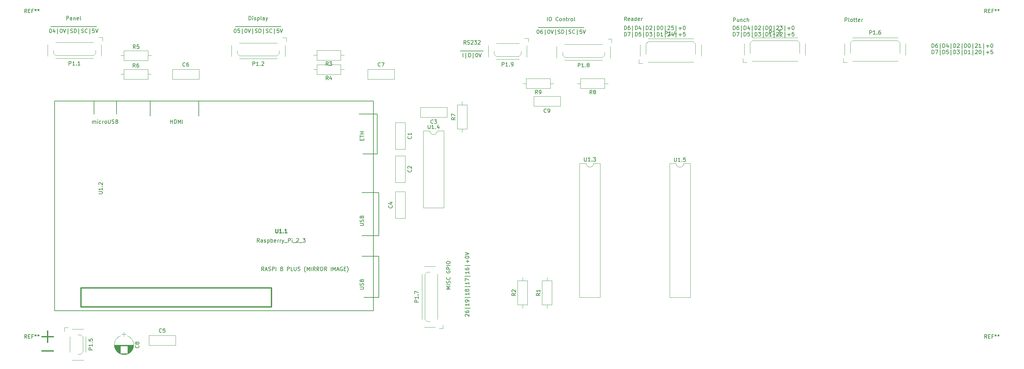
<source format=gbr>
G04 #@! TF.FileFunction,Legend,Top*
%FSLAX46Y46*%
G04 Gerber Fmt 4.6, Leading zero omitted, Abs format (unit mm)*
G04 Created by KiCad (PCBNEW 4.0.7) date 06/16/18 15:25:26*
%MOMM*%
%LPD*%
G01*
G04 APERTURE LIST*
%ADD10C,0.100000*%
%ADD11C,0.200000*%
%ADD12C,0.300000*%
%ADD13C,0.150000*%
%ADD14C,0.304800*%
%ADD15C,0.120000*%
%ADD16C,0.254000*%
%ADD17C,0.274320*%
%ADD18C,0.203200*%
G04 APERTURE END LIST*
D10*
D11*
X159774762Y-31362381D02*
X159441428Y-30886190D01*
X159203333Y-31362381D02*
X159203333Y-30362381D01*
X159584286Y-30362381D01*
X159679524Y-30410000D01*
X159727143Y-30457619D01*
X159774762Y-30552857D01*
X159774762Y-30695714D01*
X159727143Y-30790952D01*
X159679524Y-30838571D01*
X159584286Y-30886190D01*
X159203333Y-30886190D01*
X160155714Y-31314762D02*
X160298571Y-31362381D01*
X160536667Y-31362381D01*
X160631905Y-31314762D01*
X160679524Y-31267143D01*
X160727143Y-31171905D01*
X160727143Y-31076667D01*
X160679524Y-30981429D01*
X160631905Y-30933810D01*
X160536667Y-30886190D01*
X160346190Y-30838571D01*
X160250952Y-30790952D01*
X160203333Y-30743333D01*
X160155714Y-30648095D01*
X160155714Y-30552857D01*
X160203333Y-30457619D01*
X160250952Y-30410000D01*
X160346190Y-30362381D01*
X160584286Y-30362381D01*
X160727143Y-30410000D01*
X161108095Y-30457619D02*
X161155714Y-30410000D01*
X161250952Y-30362381D01*
X161489048Y-30362381D01*
X161584286Y-30410000D01*
X161631905Y-30457619D01*
X161679524Y-30552857D01*
X161679524Y-30648095D01*
X161631905Y-30790952D01*
X161060476Y-31362381D01*
X161679524Y-31362381D01*
X162012857Y-30362381D02*
X162631905Y-30362381D01*
X162298571Y-30743333D01*
X162441429Y-30743333D01*
X162536667Y-30790952D01*
X162584286Y-30838571D01*
X162631905Y-30933810D01*
X162631905Y-31171905D01*
X162584286Y-31267143D01*
X162536667Y-31314762D01*
X162441429Y-31362381D01*
X162155714Y-31362381D01*
X162060476Y-31314762D01*
X162012857Y-31267143D01*
X163012857Y-30457619D02*
X163060476Y-30410000D01*
X163155714Y-30362381D01*
X163393810Y-30362381D01*
X163489048Y-30410000D01*
X163536667Y-30457619D01*
X163584286Y-30552857D01*
X163584286Y-30648095D01*
X163536667Y-30790952D01*
X162965238Y-31362381D01*
X163584286Y-31362381D01*
X158322380Y-33157619D02*
X159084285Y-33157619D01*
X159084285Y-33157619D02*
X159846190Y-33157619D01*
X159846190Y-33157619D02*
X160608095Y-33157619D01*
X160608095Y-33157619D02*
X161370000Y-33157619D01*
X161370000Y-33157619D02*
X162131905Y-33157619D01*
X162131905Y-33157619D02*
X162893810Y-33157619D01*
X162893810Y-33157619D02*
X163655715Y-33157619D01*
X163655715Y-33157619D02*
X164417620Y-33157619D01*
X158989048Y-34762381D02*
X158989048Y-33762381D01*
X159703333Y-35095714D02*
X159703333Y-33667143D01*
X160608095Y-33762381D02*
X160798572Y-33762381D01*
X160893810Y-33810000D01*
X160989048Y-33905238D01*
X161036667Y-34095714D01*
X161036667Y-34429048D01*
X160989048Y-34619524D01*
X160893810Y-34714762D01*
X160798572Y-34762381D01*
X160608095Y-34762381D01*
X160512857Y-34714762D01*
X160417619Y-34619524D01*
X160370000Y-34429048D01*
X160370000Y-34095714D01*
X160417619Y-33905238D01*
X160512857Y-33810000D01*
X160608095Y-33762381D01*
X161703333Y-35095714D02*
X161703333Y-33667143D01*
X162608095Y-33762381D02*
X162703334Y-33762381D01*
X162798572Y-33810000D01*
X162846191Y-33857619D01*
X162893810Y-33952857D01*
X162941429Y-34143333D01*
X162941429Y-34381429D01*
X162893810Y-34571905D01*
X162846191Y-34667143D01*
X162798572Y-34714762D01*
X162703334Y-34762381D01*
X162608095Y-34762381D01*
X162512857Y-34714762D01*
X162465238Y-34667143D01*
X162417619Y-34571905D01*
X162370000Y-34381429D01*
X162370000Y-34143333D01*
X162417619Y-33952857D01*
X162465238Y-33857619D01*
X162512857Y-33810000D01*
X162608095Y-33762381D01*
X163227143Y-33762381D02*
X163560476Y-34762381D01*
X163893810Y-33762381D01*
X181500952Y-25112381D02*
X181500952Y-24112381D01*
X182167618Y-24112381D02*
X182358095Y-24112381D01*
X182453333Y-24160000D01*
X182548571Y-24255238D01*
X182596190Y-24445714D01*
X182596190Y-24779048D01*
X182548571Y-24969524D01*
X182453333Y-25064762D01*
X182358095Y-25112381D01*
X182167618Y-25112381D01*
X182072380Y-25064762D01*
X181977142Y-24969524D01*
X181929523Y-24779048D01*
X181929523Y-24445714D01*
X181977142Y-24255238D01*
X182072380Y-24160000D01*
X182167618Y-24112381D01*
X184358095Y-25017143D02*
X184310476Y-25064762D01*
X184167619Y-25112381D01*
X184072381Y-25112381D01*
X183929523Y-25064762D01*
X183834285Y-24969524D01*
X183786666Y-24874286D01*
X183739047Y-24683810D01*
X183739047Y-24540952D01*
X183786666Y-24350476D01*
X183834285Y-24255238D01*
X183929523Y-24160000D01*
X184072381Y-24112381D01*
X184167619Y-24112381D01*
X184310476Y-24160000D01*
X184358095Y-24207619D01*
X184929523Y-25112381D02*
X184834285Y-25064762D01*
X184786666Y-25017143D01*
X184739047Y-24921905D01*
X184739047Y-24636190D01*
X184786666Y-24540952D01*
X184834285Y-24493333D01*
X184929523Y-24445714D01*
X185072381Y-24445714D01*
X185167619Y-24493333D01*
X185215238Y-24540952D01*
X185262857Y-24636190D01*
X185262857Y-24921905D01*
X185215238Y-25017143D01*
X185167619Y-25064762D01*
X185072381Y-25112381D01*
X184929523Y-25112381D01*
X185691428Y-24445714D02*
X185691428Y-25112381D01*
X185691428Y-24540952D02*
X185739047Y-24493333D01*
X185834285Y-24445714D01*
X185977143Y-24445714D01*
X186072381Y-24493333D01*
X186120000Y-24588571D01*
X186120000Y-25112381D01*
X186453333Y-24445714D02*
X186834285Y-24445714D01*
X186596190Y-24112381D02*
X186596190Y-24969524D01*
X186643809Y-25064762D01*
X186739047Y-25112381D01*
X186834285Y-25112381D01*
X187167619Y-25112381D02*
X187167619Y-24445714D01*
X187167619Y-24636190D02*
X187215238Y-24540952D01*
X187262857Y-24493333D01*
X187358095Y-24445714D01*
X187453334Y-24445714D01*
X187929524Y-25112381D02*
X187834286Y-25064762D01*
X187786667Y-25017143D01*
X187739048Y-24921905D01*
X187739048Y-24636190D01*
X187786667Y-24540952D01*
X187834286Y-24493333D01*
X187929524Y-24445714D01*
X188072382Y-24445714D01*
X188167620Y-24493333D01*
X188215239Y-24540952D01*
X188262858Y-24636190D01*
X188262858Y-24921905D01*
X188215239Y-25017143D01*
X188167620Y-25064762D01*
X188072382Y-25112381D01*
X187929524Y-25112381D01*
X188834286Y-25112381D02*
X188739048Y-25064762D01*
X188691429Y-24969524D01*
X188691429Y-24112381D01*
X179024760Y-26907619D02*
X179786665Y-26907619D01*
X179786665Y-26907619D02*
X180548570Y-26907619D01*
X180548570Y-26907619D02*
X181310475Y-26907619D01*
X181310475Y-26907619D02*
X182072380Y-26907619D01*
X182072380Y-26907619D02*
X182834285Y-26907619D01*
X182834285Y-26907619D02*
X183596190Y-26907619D01*
X183596190Y-26907619D02*
X184358095Y-26907619D01*
X184358095Y-26907619D02*
X185120000Y-26907619D01*
X185120000Y-26907619D02*
X185881905Y-26907619D01*
X185881905Y-26907619D02*
X186643810Y-26907619D01*
X186643810Y-26907619D02*
X187405715Y-26907619D01*
X187405715Y-26907619D02*
X188167620Y-26907619D01*
X188167620Y-26907619D02*
X188929525Y-26907619D01*
X188929525Y-26907619D02*
X189691430Y-26907619D01*
X189691430Y-26907619D02*
X190453335Y-26907619D01*
X190453335Y-26907619D02*
X191215240Y-26907619D01*
X178929523Y-27512381D02*
X179024762Y-27512381D01*
X179120000Y-27560000D01*
X179167619Y-27607619D01*
X179215238Y-27702857D01*
X179262857Y-27893333D01*
X179262857Y-28131429D01*
X179215238Y-28321905D01*
X179167619Y-28417143D01*
X179120000Y-28464762D01*
X179024762Y-28512381D01*
X178929523Y-28512381D01*
X178834285Y-28464762D01*
X178786666Y-28417143D01*
X178739047Y-28321905D01*
X178691428Y-28131429D01*
X178691428Y-27893333D01*
X178739047Y-27702857D01*
X178786666Y-27607619D01*
X178834285Y-27560000D01*
X178929523Y-27512381D01*
X180120000Y-27512381D02*
X179929523Y-27512381D01*
X179834285Y-27560000D01*
X179786666Y-27607619D01*
X179691428Y-27750476D01*
X179643809Y-27940952D01*
X179643809Y-28321905D01*
X179691428Y-28417143D01*
X179739047Y-28464762D01*
X179834285Y-28512381D01*
X180024762Y-28512381D01*
X180120000Y-28464762D01*
X180167619Y-28417143D01*
X180215238Y-28321905D01*
X180215238Y-28083810D01*
X180167619Y-27988571D01*
X180120000Y-27940952D01*
X180024762Y-27893333D01*
X179834285Y-27893333D01*
X179739047Y-27940952D01*
X179691428Y-27988571D01*
X179643809Y-28083810D01*
X180881904Y-28845714D02*
X180881904Y-27417143D01*
X181786666Y-27512381D02*
X181881905Y-27512381D01*
X181977143Y-27560000D01*
X182024762Y-27607619D01*
X182072381Y-27702857D01*
X182120000Y-27893333D01*
X182120000Y-28131429D01*
X182072381Y-28321905D01*
X182024762Y-28417143D01*
X181977143Y-28464762D01*
X181881905Y-28512381D01*
X181786666Y-28512381D01*
X181691428Y-28464762D01*
X181643809Y-28417143D01*
X181596190Y-28321905D01*
X181548571Y-28131429D01*
X181548571Y-27893333D01*
X181596190Y-27702857D01*
X181643809Y-27607619D01*
X181691428Y-27560000D01*
X181786666Y-27512381D01*
X182405714Y-27512381D02*
X182739047Y-28512381D01*
X183072381Y-27512381D01*
X183643809Y-28845714D02*
X183643809Y-27417143D01*
X184310476Y-28464762D02*
X184453333Y-28512381D01*
X184691429Y-28512381D01*
X184786667Y-28464762D01*
X184834286Y-28417143D01*
X184881905Y-28321905D01*
X184881905Y-28226667D01*
X184834286Y-28131429D01*
X184786667Y-28083810D01*
X184691429Y-28036190D01*
X184500952Y-27988571D01*
X184405714Y-27940952D01*
X184358095Y-27893333D01*
X184310476Y-27798095D01*
X184310476Y-27702857D01*
X184358095Y-27607619D01*
X184405714Y-27560000D01*
X184500952Y-27512381D01*
X184739048Y-27512381D01*
X184881905Y-27560000D01*
X185310476Y-28512381D02*
X185310476Y-27512381D01*
X185548571Y-27512381D01*
X185691429Y-27560000D01*
X185786667Y-27655238D01*
X185834286Y-27750476D01*
X185881905Y-27940952D01*
X185881905Y-28083810D01*
X185834286Y-28274286D01*
X185786667Y-28369524D01*
X185691429Y-28464762D01*
X185548571Y-28512381D01*
X185310476Y-28512381D01*
X186548571Y-28845714D02*
X186548571Y-27417143D01*
X187215238Y-28464762D02*
X187358095Y-28512381D01*
X187596191Y-28512381D01*
X187691429Y-28464762D01*
X187739048Y-28417143D01*
X187786667Y-28321905D01*
X187786667Y-28226667D01*
X187739048Y-28131429D01*
X187691429Y-28083810D01*
X187596191Y-28036190D01*
X187405714Y-27988571D01*
X187310476Y-27940952D01*
X187262857Y-27893333D01*
X187215238Y-27798095D01*
X187215238Y-27702857D01*
X187262857Y-27607619D01*
X187310476Y-27560000D01*
X187405714Y-27512381D01*
X187643810Y-27512381D01*
X187786667Y-27560000D01*
X188786667Y-28417143D02*
X188739048Y-28464762D01*
X188596191Y-28512381D01*
X188500953Y-28512381D01*
X188358095Y-28464762D01*
X188262857Y-28369524D01*
X188215238Y-28274286D01*
X188167619Y-28083810D01*
X188167619Y-27940952D01*
X188215238Y-27750476D01*
X188262857Y-27655238D01*
X188358095Y-27560000D01*
X188500953Y-27512381D01*
X188596191Y-27512381D01*
X188739048Y-27560000D01*
X188786667Y-27607619D01*
X189453333Y-28845714D02*
X189453333Y-27417143D01*
X190643810Y-27512381D02*
X190167619Y-27512381D01*
X190120000Y-27988571D01*
X190167619Y-27940952D01*
X190262857Y-27893333D01*
X190500953Y-27893333D01*
X190596191Y-27940952D01*
X190643810Y-27988571D01*
X190691429Y-28083810D01*
X190691429Y-28321905D01*
X190643810Y-28417143D01*
X190596191Y-28464762D01*
X190500953Y-28512381D01*
X190262857Y-28512381D01*
X190167619Y-28464762D01*
X190120000Y-28417143D01*
X190977143Y-27512381D02*
X191310476Y-28512381D01*
X191643810Y-27512381D01*
X260834285Y-25312381D02*
X260834285Y-24312381D01*
X261215238Y-24312381D01*
X261310476Y-24360000D01*
X261358095Y-24407619D01*
X261405714Y-24502857D01*
X261405714Y-24645714D01*
X261358095Y-24740952D01*
X261310476Y-24788571D01*
X261215238Y-24836190D01*
X260834285Y-24836190D01*
X261977142Y-25312381D02*
X261881904Y-25264762D01*
X261834285Y-25169524D01*
X261834285Y-24312381D01*
X262500952Y-25312381D02*
X262405714Y-25264762D01*
X262358095Y-25217143D01*
X262310476Y-25121905D01*
X262310476Y-24836190D01*
X262358095Y-24740952D01*
X262405714Y-24693333D01*
X262500952Y-24645714D01*
X262643810Y-24645714D01*
X262739048Y-24693333D01*
X262786667Y-24740952D01*
X262834286Y-24836190D01*
X262834286Y-25121905D01*
X262786667Y-25217143D01*
X262739048Y-25264762D01*
X262643810Y-25312381D01*
X262500952Y-25312381D01*
X263120000Y-24645714D02*
X263500952Y-24645714D01*
X263262857Y-24312381D02*
X263262857Y-25169524D01*
X263310476Y-25264762D01*
X263405714Y-25312381D01*
X263500952Y-25312381D01*
X263691429Y-24645714D02*
X264072381Y-24645714D01*
X263834286Y-24312381D02*
X263834286Y-25169524D01*
X263881905Y-25264762D01*
X263977143Y-25312381D01*
X264072381Y-25312381D01*
X264786668Y-25264762D02*
X264691430Y-25312381D01*
X264500953Y-25312381D01*
X264405715Y-25264762D01*
X264358096Y-25169524D01*
X264358096Y-24788571D01*
X264405715Y-24693333D01*
X264500953Y-24645714D01*
X264691430Y-24645714D01*
X264786668Y-24693333D01*
X264834287Y-24788571D01*
X264834287Y-24883810D01*
X264358096Y-24979048D01*
X265262858Y-25312381D02*
X265262858Y-24645714D01*
X265262858Y-24836190D02*
X265310477Y-24740952D01*
X265358096Y-24693333D01*
X265453334Y-24645714D01*
X265548573Y-24645714D01*
X202608095Y-25062381D02*
X202274761Y-24586190D01*
X202036666Y-25062381D02*
X202036666Y-24062381D01*
X202417619Y-24062381D01*
X202512857Y-24110000D01*
X202560476Y-24157619D01*
X202608095Y-24252857D01*
X202608095Y-24395714D01*
X202560476Y-24490952D01*
X202512857Y-24538571D01*
X202417619Y-24586190D01*
X202036666Y-24586190D01*
X203417619Y-25014762D02*
X203322381Y-25062381D01*
X203131904Y-25062381D01*
X203036666Y-25014762D01*
X202989047Y-24919524D01*
X202989047Y-24538571D01*
X203036666Y-24443333D01*
X203131904Y-24395714D01*
X203322381Y-24395714D01*
X203417619Y-24443333D01*
X203465238Y-24538571D01*
X203465238Y-24633810D01*
X202989047Y-24729048D01*
X204322381Y-25062381D02*
X204322381Y-24538571D01*
X204274762Y-24443333D01*
X204179524Y-24395714D01*
X203989047Y-24395714D01*
X203893809Y-24443333D01*
X204322381Y-25014762D02*
X204227143Y-25062381D01*
X203989047Y-25062381D01*
X203893809Y-25014762D01*
X203846190Y-24919524D01*
X203846190Y-24824286D01*
X203893809Y-24729048D01*
X203989047Y-24681429D01*
X204227143Y-24681429D01*
X204322381Y-24633810D01*
X205227143Y-25062381D02*
X205227143Y-24062381D01*
X205227143Y-25014762D02*
X205131905Y-25062381D01*
X204941428Y-25062381D01*
X204846190Y-25014762D01*
X204798571Y-24967143D01*
X204750952Y-24871905D01*
X204750952Y-24586190D01*
X204798571Y-24490952D01*
X204846190Y-24443333D01*
X204941428Y-24395714D01*
X205131905Y-24395714D01*
X205227143Y-24443333D01*
X206084286Y-25014762D02*
X205989048Y-25062381D01*
X205798571Y-25062381D01*
X205703333Y-25014762D01*
X205655714Y-24919524D01*
X205655714Y-24538571D01*
X205703333Y-24443333D01*
X205798571Y-24395714D01*
X205989048Y-24395714D01*
X206084286Y-24443333D01*
X206131905Y-24538571D01*
X206131905Y-24633810D01*
X205655714Y-24729048D01*
X206560476Y-25062381D02*
X206560476Y-24395714D01*
X206560476Y-24586190D02*
X206608095Y-24490952D01*
X206655714Y-24443333D01*
X206750952Y-24395714D01*
X206846191Y-24395714D01*
X231072381Y-25312381D02*
X231072381Y-24312381D01*
X231453334Y-24312381D01*
X231548572Y-24360000D01*
X231596191Y-24407619D01*
X231643810Y-24502857D01*
X231643810Y-24645714D01*
X231596191Y-24740952D01*
X231548572Y-24788571D01*
X231453334Y-24836190D01*
X231072381Y-24836190D01*
X232500953Y-24645714D02*
X232500953Y-25312381D01*
X232072381Y-24645714D02*
X232072381Y-25169524D01*
X232120000Y-25264762D01*
X232215238Y-25312381D01*
X232358096Y-25312381D01*
X232453334Y-25264762D01*
X232500953Y-25217143D01*
X232977143Y-24645714D02*
X232977143Y-25312381D01*
X232977143Y-24740952D02*
X233024762Y-24693333D01*
X233120000Y-24645714D01*
X233262858Y-24645714D01*
X233358096Y-24693333D01*
X233405715Y-24788571D01*
X233405715Y-25312381D01*
X234310477Y-25264762D02*
X234215239Y-25312381D01*
X234024762Y-25312381D01*
X233929524Y-25264762D01*
X233881905Y-25217143D01*
X233834286Y-25121905D01*
X233834286Y-24836190D01*
X233881905Y-24740952D01*
X233929524Y-24693333D01*
X234024762Y-24645714D01*
X234215239Y-24645714D01*
X234310477Y-24693333D01*
X234739048Y-25312381D02*
X234739048Y-24312381D01*
X235167620Y-25312381D02*
X235167620Y-24788571D01*
X235120001Y-24693333D01*
X235024763Y-24645714D01*
X234881905Y-24645714D01*
X234786667Y-24693333D01*
X234739048Y-24740952D01*
X284024762Y-32212381D02*
X284024762Y-31212381D01*
X284262857Y-31212381D01*
X284405715Y-31260000D01*
X284500953Y-31355238D01*
X284548572Y-31450476D01*
X284596191Y-31640952D01*
X284596191Y-31783810D01*
X284548572Y-31974286D01*
X284500953Y-32069524D01*
X284405715Y-32164762D01*
X284262857Y-32212381D01*
X284024762Y-32212381D01*
X285453334Y-31212381D02*
X285262857Y-31212381D01*
X285167619Y-31260000D01*
X285120000Y-31307619D01*
X285024762Y-31450476D01*
X284977143Y-31640952D01*
X284977143Y-32021905D01*
X285024762Y-32117143D01*
X285072381Y-32164762D01*
X285167619Y-32212381D01*
X285358096Y-32212381D01*
X285453334Y-32164762D01*
X285500953Y-32117143D01*
X285548572Y-32021905D01*
X285548572Y-31783810D01*
X285500953Y-31688571D01*
X285453334Y-31640952D01*
X285358096Y-31593333D01*
X285167619Y-31593333D01*
X285072381Y-31640952D01*
X285024762Y-31688571D01*
X284977143Y-31783810D01*
X286215238Y-32545714D02*
X286215238Y-31117143D01*
X286929524Y-32212381D02*
X286929524Y-31212381D01*
X287167619Y-31212381D01*
X287310477Y-31260000D01*
X287405715Y-31355238D01*
X287453334Y-31450476D01*
X287500953Y-31640952D01*
X287500953Y-31783810D01*
X287453334Y-31974286D01*
X287405715Y-32069524D01*
X287310477Y-32164762D01*
X287167619Y-32212381D01*
X286929524Y-32212381D01*
X288358096Y-31545714D02*
X288358096Y-32212381D01*
X288120000Y-31164762D02*
X287881905Y-31879048D01*
X288500953Y-31879048D01*
X289120000Y-32545714D02*
X289120000Y-31117143D01*
X289834286Y-32212381D02*
X289834286Y-31212381D01*
X290072381Y-31212381D01*
X290215239Y-31260000D01*
X290310477Y-31355238D01*
X290358096Y-31450476D01*
X290405715Y-31640952D01*
X290405715Y-31783810D01*
X290358096Y-31974286D01*
X290310477Y-32069524D01*
X290215239Y-32164762D01*
X290072381Y-32212381D01*
X289834286Y-32212381D01*
X290786667Y-31307619D02*
X290834286Y-31260000D01*
X290929524Y-31212381D01*
X291167620Y-31212381D01*
X291262858Y-31260000D01*
X291310477Y-31307619D01*
X291358096Y-31402857D01*
X291358096Y-31498095D01*
X291310477Y-31640952D01*
X290739048Y-32212381D01*
X291358096Y-32212381D01*
X292024762Y-32545714D02*
X292024762Y-31117143D01*
X292739048Y-32212381D02*
X292739048Y-31212381D01*
X292977143Y-31212381D01*
X293120001Y-31260000D01*
X293215239Y-31355238D01*
X293262858Y-31450476D01*
X293310477Y-31640952D01*
X293310477Y-31783810D01*
X293262858Y-31974286D01*
X293215239Y-32069524D01*
X293120001Y-32164762D01*
X292977143Y-32212381D01*
X292739048Y-32212381D01*
X293929524Y-31212381D02*
X294024763Y-31212381D01*
X294120001Y-31260000D01*
X294167620Y-31307619D01*
X294215239Y-31402857D01*
X294262858Y-31593333D01*
X294262858Y-31831429D01*
X294215239Y-32021905D01*
X294167620Y-32117143D01*
X294120001Y-32164762D01*
X294024763Y-32212381D01*
X293929524Y-32212381D01*
X293834286Y-32164762D01*
X293786667Y-32117143D01*
X293739048Y-32021905D01*
X293691429Y-31831429D01*
X293691429Y-31593333D01*
X293739048Y-31402857D01*
X293786667Y-31307619D01*
X293834286Y-31260000D01*
X293929524Y-31212381D01*
X294929524Y-32545714D02*
X294929524Y-31117143D01*
X295596191Y-31307619D02*
X295643810Y-31260000D01*
X295739048Y-31212381D01*
X295977144Y-31212381D01*
X296072382Y-31260000D01*
X296120001Y-31307619D01*
X296167620Y-31402857D01*
X296167620Y-31498095D01*
X296120001Y-31640952D01*
X295548572Y-32212381D01*
X296167620Y-32212381D01*
X297120001Y-32212381D02*
X296548572Y-32212381D01*
X296834286Y-32212381D02*
X296834286Y-31212381D01*
X296739048Y-31355238D01*
X296643810Y-31450476D01*
X296548572Y-31498095D01*
X297786667Y-32545714D02*
X297786667Y-31117143D01*
X298500953Y-31831429D02*
X299262858Y-31831429D01*
X298881906Y-32212381D02*
X298881906Y-31450476D01*
X299929524Y-31212381D02*
X300024763Y-31212381D01*
X300120001Y-31260000D01*
X300167620Y-31307619D01*
X300215239Y-31402857D01*
X300262858Y-31593333D01*
X300262858Y-31831429D01*
X300215239Y-32021905D01*
X300167620Y-32117143D01*
X300120001Y-32164762D01*
X300024763Y-32212381D01*
X299929524Y-32212381D01*
X299834286Y-32164762D01*
X299786667Y-32117143D01*
X299739048Y-32021905D01*
X299691429Y-31831429D01*
X299691429Y-31593333D01*
X299739048Y-31402857D01*
X299786667Y-31307619D01*
X299834286Y-31260000D01*
X299929524Y-31212381D01*
X284024762Y-33912381D02*
X284024762Y-32912381D01*
X284262857Y-32912381D01*
X284405715Y-32960000D01*
X284500953Y-33055238D01*
X284548572Y-33150476D01*
X284596191Y-33340952D01*
X284596191Y-33483810D01*
X284548572Y-33674286D01*
X284500953Y-33769524D01*
X284405715Y-33864762D01*
X284262857Y-33912381D01*
X284024762Y-33912381D01*
X284929524Y-32912381D02*
X285596191Y-32912381D01*
X285167619Y-33912381D01*
X286215238Y-34245714D02*
X286215238Y-32817143D01*
X286929524Y-33912381D02*
X286929524Y-32912381D01*
X287167619Y-32912381D01*
X287310477Y-32960000D01*
X287405715Y-33055238D01*
X287453334Y-33150476D01*
X287500953Y-33340952D01*
X287500953Y-33483810D01*
X287453334Y-33674286D01*
X287405715Y-33769524D01*
X287310477Y-33864762D01*
X287167619Y-33912381D01*
X286929524Y-33912381D01*
X288405715Y-32912381D02*
X287929524Y-32912381D01*
X287881905Y-33388571D01*
X287929524Y-33340952D01*
X288024762Y-33293333D01*
X288262858Y-33293333D01*
X288358096Y-33340952D01*
X288405715Y-33388571D01*
X288453334Y-33483810D01*
X288453334Y-33721905D01*
X288405715Y-33817143D01*
X288358096Y-33864762D01*
X288262858Y-33912381D01*
X288024762Y-33912381D01*
X287929524Y-33864762D01*
X287881905Y-33817143D01*
X289120000Y-34245714D02*
X289120000Y-32817143D01*
X289834286Y-33912381D02*
X289834286Y-32912381D01*
X290072381Y-32912381D01*
X290215239Y-32960000D01*
X290310477Y-33055238D01*
X290358096Y-33150476D01*
X290405715Y-33340952D01*
X290405715Y-33483810D01*
X290358096Y-33674286D01*
X290310477Y-33769524D01*
X290215239Y-33864762D01*
X290072381Y-33912381D01*
X289834286Y-33912381D01*
X290739048Y-32912381D02*
X291358096Y-32912381D01*
X291024762Y-33293333D01*
X291167620Y-33293333D01*
X291262858Y-33340952D01*
X291310477Y-33388571D01*
X291358096Y-33483810D01*
X291358096Y-33721905D01*
X291310477Y-33817143D01*
X291262858Y-33864762D01*
X291167620Y-33912381D01*
X290881905Y-33912381D01*
X290786667Y-33864762D01*
X290739048Y-33817143D01*
X292024762Y-34245714D02*
X292024762Y-32817143D01*
X292739048Y-33912381D02*
X292739048Y-32912381D01*
X292977143Y-32912381D01*
X293120001Y-32960000D01*
X293215239Y-33055238D01*
X293262858Y-33150476D01*
X293310477Y-33340952D01*
X293310477Y-33483810D01*
X293262858Y-33674286D01*
X293215239Y-33769524D01*
X293120001Y-33864762D01*
X292977143Y-33912381D01*
X292739048Y-33912381D01*
X294262858Y-33912381D02*
X293691429Y-33912381D01*
X293977143Y-33912381D02*
X293977143Y-32912381D01*
X293881905Y-33055238D01*
X293786667Y-33150476D01*
X293691429Y-33198095D01*
X294929524Y-34245714D02*
X294929524Y-32817143D01*
X295596191Y-33007619D02*
X295643810Y-32960000D01*
X295739048Y-32912381D01*
X295977144Y-32912381D01*
X296072382Y-32960000D01*
X296120001Y-33007619D01*
X296167620Y-33102857D01*
X296167620Y-33198095D01*
X296120001Y-33340952D01*
X295548572Y-33912381D01*
X296167620Y-33912381D01*
X296786667Y-32912381D02*
X296881906Y-32912381D01*
X296977144Y-32960000D01*
X297024763Y-33007619D01*
X297072382Y-33102857D01*
X297120001Y-33293333D01*
X297120001Y-33531429D01*
X297072382Y-33721905D01*
X297024763Y-33817143D01*
X296977144Y-33864762D01*
X296881906Y-33912381D01*
X296786667Y-33912381D01*
X296691429Y-33864762D01*
X296643810Y-33817143D01*
X296596191Y-33721905D01*
X296548572Y-33531429D01*
X296548572Y-33293333D01*
X296596191Y-33102857D01*
X296643810Y-33007619D01*
X296691429Y-32960000D01*
X296786667Y-32912381D01*
X297786667Y-34245714D02*
X297786667Y-32817143D01*
X298500953Y-33531429D02*
X299262858Y-33531429D01*
X298881906Y-33912381D02*
X298881906Y-33150476D01*
X300215239Y-32912381D02*
X299739048Y-32912381D01*
X299691429Y-33388571D01*
X299739048Y-33340952D01*
X299834286Y-33293333D01*
X300072382Y-33293333D01*
X300167620Y-33340952D01*
X300215239Y-33388571D01*
X300262858Y-33483810D01*
X300262858Y-33721905D01*
X300215239Y-33817143D01*
X300167620Y-33864762D01*
X300072382Y-33912381D01*
X299834286Y-33912381D01*
X299739048Y-33864762D01*
X299691429Y-33817143D01*
X231024762Y-27462381D02*
X231024762Y-26462381D01*
X231262857Y-26462381D01*
X231405715Y-26510000D01*
X231500953Y-26605238D01*
X231548572Y-26700476D01*
X231596191Y-26890952D01*
X231596191Y-27033810D01*
X231548572Y-27224286D01*
X231500953Y-27319524D01*
X231405715Y-27414762D01*
X231262857Y-27462381D01*
X231024762Y-27462381D01*
X232453334Y-26462381D02*
X232262857Y-26462381D01*
X232167619Y-26510000D01*
X232120000Y-26557619D01*
X232024762Y-26700476D01*
X231977143Y-26890952D01*
X231977143Y-27271905D01*
X232024762Y-27367143D01*
X232072381Y-27414762D01*
X232167619Y-27462381D01*
X232358096Y-27462381D01*
X232453334Y-27414762D01*
X232500953Y-27367143D01*
X232548572Y-27271905D01*
X232548572Y-27033810D01*
X232500953Y-26938571D01*
X232453334Y-26890952D01*
X232358096Y-26843333D01*
X232167619Y-26843333D01*
X232072381Y-26890952D01*
X232024762Y-26938571D01*
X231977143Y-27033810D01*
X233215238Y-27795714D02*
X233215238Y-26367143D01*
X233929524Y-27462381D02*
X233929524Y-26462381D01*
X234167619Y-26462381D01*
X234310477Y-26510000D01*
X234405715Y-26605238D01*
X234453334Y-26700476D01*
X234500953Y-26890952D01*
X234500953Y-27033810D01*
X234453334Y-27224286D01*
X234405715Y-27319524D01*
X234310477Y-27414762D01*
X234167619Y-27462381D01*
X233929524Y-27462381D01*
X235358096Y-26795714D02*
X235358096Y-27462381D01*
X235120000Y-26414762D02*
X234881905Y-27129048D01*
X235500953Y-27129048D01*
X236120000Y-27795714D02*
X236120000Y-26367143D01*
X236834286Y-27462381D02*
X236834286Y-26462381D01*
X237072381Y-26462381D01*
X237215239Y-26510000D01*
X237310477Y-26605238D01*
X237358096Y-26700476D01*
X237405715Y-26890952D01*
X237405715Y-27033810D01*
X237358096Y-27224286D01*
X237310477Y-27319524D01*
X237215239Y-27414762D01*
X237072381Y-27462381D01*
X236834286Y-27462381D01*
X237786667Y-26557619D02*
X237834286Y-26510000D01*
X237929524Y-26462381D01*
X238167620Y-26462381D01*
X238262858Y-26510000D01*
X238310477Y-26557619D01*
X238358096Y-26652857D01*
X238358096Y-26748095D01*
X238310477Y-26890952D01*
X237739048Y-27462381D01*
X238358096Y-27462381D01*
X239024762Y-27795714D02*
X239024762Y-26367143D01*
X239739048Y-27462381D02*
X239739048Y-26462381D01*
X239977143Y-26462381D01*
X240120001Y-26510000D01*
X240215239Y-26605238D01*
X240262858Y-26700476D01*
X240310477Y-26890952D01*
X240310477Y-27033810D01*
X240262858Y-27224286D01*
X240215239Y-27319524D01*
X240120001Y-27414762D01*
X239977143Y-27462381D01*
X239739048Y-27462381D01*
X240929524Y-26462381D02*
X241024763Y-26462381D01*
X241120001Y-26510000D01*
X241167620Y-26557619D01*
X241215239Y-26652857D01*
X241262858Y-26843333D01*
X241262858Y-27081429D01*
X241215239Y-27271905D01*
X241167620Y-27367143D01*
X241120001Y-27414762D01*
X241024763Y-27462381D01*
X240929524Y-27462381D01*
X240834286Y-27414762D01*
X240786667Y-27367143D01*
X240739048Y-27271905D01*
X240691429Y-27081429D01*
X240691429Y-26843333D01*
X240739048Y-26652857D01*
X240786667Y-26557619D01*
X240834286Y-26510000D01*
X240929524Y-26462381D01*
X241929524Y-27795714D02*
X241929524Y-26367143D01*
X242596191Y-26557619D02*
X242643810Y-26510000D01*
X242739048Y-26462381D01*
X242977144Y-26462381D01*
X243072382Y-26510000D01*
X243120001Y-26557619D01*
X243167620Y-26652857D01*
X243167620Y-26748095D01*
X243120001Y-26890952D01*
X242548572Y-27462381D01*
X243167620Y-27462381D01*
X243500953Y-26462381D02*
X244120001Y-26462381D01*
X243786667Y-26843333D01*
X243929525Y-26843333D01*
X244024763Y-26890952D01*
X244072382Y-26938571D01*
X244120001Y-27033810D01*
X244120001Y-27271905D01*
X244072382Y-27367143D01*
X244024763Y-27414762D01*
X243929525Y-27462381D01*
X243643810Y-27462381D01*
X243548572Y-27414762D01*
X243500953Y-27367143D01*
X244786667Y-27795714D02*
X244786667Y-26367143D01*
X245500953Y-27081429D02*
X246262858Y-27081429D01*
X245881906Y-27462381D02*
X245881906Y-26700476D01*
X246929524Y-26462381D02*
X247024763Y-26462381D01*
X247120001Y-26510000D01*
X247167620Y-26557619D01*
X247215239Y-26652857D01*
X247262858Y-26843333D01*
X247262858Y-27081429D01*
X247215239Y-27271905D01*
X247167620Y-27367143D01*
X247120001Y-27414762D01*
X247024763Y-27462381D01*
X246929524Y-27462381D01*
X246834286Y-27414762D01*
X246786667Y-27367143D01*
X246739048Y-27271905D01*
X246691429Y-27081429D01*
X246691429Y-26843333D01*
X246739048Y-26652857D01*
X246786667Y-26557619D01*
X246834286Y-26510000D01*
X246929524Y-26462381D01*
X231024762Y-29162381D02*
X231024762Y-28162381D01*
X231262857Y-28162381D01*
X231405715Y-28210000D01*
X231500953Y-28305238D01*
X231548572Y-28400476D01*
X231596191Y-28590952D01*
X231596191Y-28733810D01*
X231548572Y-28924286D01*
X231500953Y-29019524D01*
X231405715Y-29114762D01*
X231262857Y-29162381D01*
X231024762Y-29162381D01*
X231929524Y-28162381D02*
X232596191Y-28162381D01*
X232167619Y-29162381D01*
X233215238Y-29495714D02*
X233215238Y-28067143D01*
X233929524Y-29162381D02*
X233929524Y-28162381D01*
X234167619Y-28162381D01*
X234310477Y-28210000D01*
X234405715Y-28305238D01*
X234453334Y-28400476D01*
X234500953Y-28590952D01*
X234500953Y-28733810D01*
X234453334Y-28924286D01*
X234405715Y-29019524D01*
X234310477Y-29114762D01*
X234167619Y-29162381D01*
X233929524Y-29162381D01*
X235405715Y-28162381D02*
X234929524Y-28162381D01*
X234881905Y-28638571D01*
X234929524Y-28590952D01*
X235024762Y-28543333D01*
X235262858Y-28543333D01*
X235358096Y-28590952D01*
X235405715Y-28638571D01*
X235453334Y-28733810D01*
X235453334Y-28971905D01*
X235405715Y-29067143D01*
X235358096Y-29114762D01*
X235262858Y-29162381D01*
X235024762Y-29162381D01*
X234929524Y-29114762D01*
X234881905Y-29067143D01*
X236120000Y-29495714D02*
X236120000Y-28067143D01*
X236834286Y-29162381D02*
X236834286Y-28162381D01*
X237072381Y-28162381D01*
X237215239Y-28210000D01*
X237310477Y-28305238D01*
X237358096Y-28400476D01*
X237405715Y-28590952D01*
X237405715Y-28733810D01*
X237358096Y-28924286D01*
X237310477Y-29019524D01*
X237215239Y-29114762D01*
X237072381Y-29162381D01*
X236834286Y-29162381D01*
X237739048Y-28162381D02*
X238358096Y-28162381D01*
X238024762Y-28543333D01*
X238167620Y-28543333D01*
X238262858Y-28590952D01*
X238310477Y-28638571D01*
X238358096Y-28733810D01*
X238358096Y-28971905D01*
X238310477Y-29067143D01*
X238262858Y-29114762D01*
X238167620Y-29162381D01*
X237881905Y-29162381D01*
X237786667Y-29114762D01*
X237739048Y-29067143D01*
X239024762Y-29495714D02*
X239024762Y-28067143D01*
X239739048Y-29162381D02*
X239739048Y-28162381D01*
X239977143Y-28162381D01*
X240120001Y-28210000D01*
X240215239Y-28305238D01*
X240262858Y-28400476D01*
X240310477Y-28590952D01*
X240310477Y-28733810D01*
X240262858Y-28924286D01*
X240215239Y-29019524D01*
X240120001Y-29114762D01*
X239977143Y-29162381D01*
X239739048Y-29162381D01*
X241262858Y-29162381D02*
X240691429Y-29162381D01*
X240977143Y-29162381D02*
X240977143Y-28162381D01*
X240881905Y-28305238D01*
X240786667Y-28400476D01*
X240691429Y-28448095D01*
X241929524Y-29495714D02*
X241929524Y-28067143D01*
X242596191Y-28257619D02*
X242643810Y-28210000D01*
X242739048Y-28162381D01*
X242977144Y-28162381D01*
X243072382Y-28210000D01*
X243120001Y-28257619D01*
X243167620Y-28352857D01*
X243167620Y-28448095D01*
X243120001Y-28590952D01*
X242548572Y-29162381D01*
X243167620Y-29162381D01*
X243548572Y-28257619D02*
X243596191Y-28210000D01*
X243691429Y-28162381D01*
X243929525Y-28162381D01*
X244024763Y-28210000D01*
X244072382Y-28257619D01*
X244120001Y-28352857D01*
X244120001Y-28448095D01*
X244072382Y-28590952D01*
X243500953Y-29162381D01*
X244120001Y-29162381D01*
X244786667Y-29495714D02*
X244786667Y-28067143D01*
X245500953Y-28781429D02*
X246262858Y-28781429D01*
X245881906Y-29162381D02*
X245881906Y-28400476D01*
X247215239Y-28162381D02*
X246739048Y-28162381D01*
X246691429Y-28638571D01*
X246739048Y-28590952D01*
X246834286Y-28543333D01*
X247072382Y-28543333D01*
X247167620Y-28590952D01*
X247215239Y-28638571D01*
X247262858Y-28733810D01*
X247262858Y-28971905D01*
X247215239Y-29067143D01*
X247167620Y-29114762D01*
X247072382Y-29162381D01*
X246834286Y-29162381D01*
X246739048Y-29114762D01*
X246691429Y-29067143D01*
X202024762Y-27462381D02*
X202024762Y-26462381D01*
X202262857Y-26462381D01*
X202405715Y-26510000D01*
X202500953Y-26605238D01*
X202548572Y-26700476D01*
X202596191Y-26890952D01*
X202596191Y-27033810D01*
X202548572Y-27224286D01*
X202500953Y-27319524D01*
X202405715Y-27414762D01*
X202262857Y-27462381D01*
X202024762Y-27462381D01*
X203453334Y-26462381D02*
X203262857Y-26462381D01*
X203167619Y-26510000D01*
X203120000Y-26557619D01*
X203024762Y-26700476D01*
X202977143Y-26890952D01*
X202977143Y-27271905D01*
X203024762Y-27367143D01*
X203072381Y-27414762D01*
X203167619Y-27462381D01*
X203358096Y-27462381D01*
X203453334Y-27414762D01*
X203500953Y-27367143D01*
X203548572Y-27271905D01*
X203548572Y-27033810D01*
X203500953Y-26938571D01*
X203453334Y-26890952D01*
X203358096Y-26843333D01*
X203167619Y-26843333D01*
X203072381Y-26890952D01*
X203024762Y-26938571D01*
X202977143Y-27033810D01*
X204215238Y-27795714D02*
X204215238Y-26367143D01*
X204929524Y-27462381D02*
X204929524Y-26462381D01*
X205167619Y-26462381D01*
X205310477Y-26510000D01*
X205405715Y-26605238D01*
X205453334Y-26700476D01*
X205500953Y-26890952D01*
X205500953Y-27033810D01*
X205453334Y-27224286D01*
X205405715Y-27319524D01*
X205310477Y-27414762D01*
X205167619Y-27462381D01*
X204929524Y-27462381D01*
X206358096Y-26795714D02*
X206358096Y-27462381D01*
X206120000Y-26414762D02*
X205881905Y-27129048D01*
X206500953Y-27129048D01*
X207120000Y-27795714D02*
X207120000Y-26367143D01*
X207834286Y-27462381D02*
X207834286Y-26462381D01*
X208072381Y-26462381D01*
X208215239Y-26510000D01*
X208310477Y-26605238D01*
X208358096Y-26700476D01*
X208405715Y-26890952D01*
X208405715Y-27033810D01*
X208358096Y-27224286D01*
X208310477Y-27319524D01*
X208215239Y-27414762D01*
X208072381Y-27462381D01*
X207834286Y-27462381D01*
X208786667Y-26557619D02*
X208834286Y-26510000D01*
X208929524Y-26462381D01*
X209167620Y-26462381D01*
X209262858Y-26510000D01*
X209310477Y-26557619D01*
X209358096Y-26652857D01*
X209358096Y-26748095D01*
X209310477Y-26890952D01*
X208739048Y-27462381D01*
X209358096Y-27462381D01*
X210024762Y-27795714D02*
X210024762Y-26367143D01*
X210739048Y-27462381D02*
X210739048Y-26462381D01*
X210977143Y-26462381D01*
X211120001Y-26510000D01*
X211215239Y-26605238D01*
X211262858Y-26700476D01*
X211310477Y-26890952D01*
X211310477Y-27033810D01*
X211262858Y-27224286D01*
X211215239Y-27319524D01*
X211120001Y-27414762D01*
X210977143Y-27462381D01*
X210739048Y-27462381D01*
X211929524Y-26462381D02*
X212024763Y-26462381D01*
X212120001Y-26510000D01*
X212167620Y-26557619D01*
X212215239Y-26652857D01*
X212262858Y-26843333D01*
X212262858Y-27081429D01*
X212215239Y-27271905D01*
X212167620Y-27367143D01*
X212120001Y-27414762D01*
X212024763Y-27462381D01*
X211929524Y-27462381D01*
X211834286Y-27414762D01*
X211786667Y-27367143D01*
X211739048Y-27271905D01*
X211691429Y-27081429D01*
X211691429Y-26843333D01*
X211739048Y-26652857D01*
X211786667Y-26557619D01*
X211834286Y-26510000D01*
X211929524Y-26462381D01*
X212929524Y-27795714D02*
X212929524Y-26367143D01*
X213596191Y-26557619D02*
X213643810Y-26510000D01*
X213739048Y-26462381D01*
X213977144Y-26462381D01*
X214072382Y-26510000D01*
X214120001Y-26557619D01*
X214167620Y-26652857D01*
X214167620Y-26748095D01*
X214120001Y-26890952D01*
X213548572Y-27462381D01*
X214167620Y-27462381D01*
X215072382Y-26462381D02*
X214596191Y-26462381D01*
X214548572Y-26938571D01*
X214596191Y-26890952D01*
X214691429Y-26843333D01*
X214929525Y-26843333D01*
X215024763Y-26890952D01*
X215072382Y-26938571D01*
X215120001Y-27033810D01*
X215120001Y-27271905D01*
X215072382Y-27367143D01*
X215024763Y-27414762D01*
X214929525Y-27462381D01*
X214691429Y-27462381D01*
X214596191Y-27414762D01*
X214548572Y-27367143D01*
X215786667Y-27795714D02*
X215786667Y-26367143D01*
X216500953Y-27081429D02*
X217262858Y-27081429D01*
X216881906Y-27462381D02*
X216881906Y-26700476D01*
X217929524Y-26462381D02*
X218024763Y-26462381D01*
X218120001Y-26510000D01*
X218167620Y-26557619D01*
X218215239Y-26652857D01*
X218262858Y-26843333D01*
X218262858Y-27081429D01*
X218215239Y-27271905D01*
X218167620Y-27367143D01*
X218120001Y-27414762D01*
X218024763Y-27462381D01*
X217929524Y-27462381D01*
X217834286Y-27414762D01*
X217786667Y-27367143D01*
X217739048Y-27271905D01*
X217691429Y-27081429D01*
X217691429Y-26843333D01*
X217739048Y-26652857D01*
X217786667Y-26557619D01*
X217834286Y-26510000D01*
X217929524Y-26462381D01*
X202024762Y-29162381D02*
X202024762Y-28162381D01*
X202262857Y-28162381D01*
X202405715Y-28210000D01*
X202500953Y-28305238D01*
X202548572Y-28400476D01*
X202596191Y-28590952D01*
X202596191Y-28733810D01*
X202548572Y-28924286D01*
X202500953Y-29019524D01*
X202405715Y-29114762D01*
X202262857Y-29162381D01*
X202024762Y-29162381D01*
X202929524Y-28162381D02*
X203596191Y-28162381D01*
X203167619Y-29162381D01*
X204215238Y-29495714D02*
X204215238Y-28067143D01*
X204929524Y-29162381D02*
X204929524Y-28162381D01*
X205167619Y-28162381D01*
X205310477Y-28210000D01*
X205405715Y-28305238D01*
X205453334Y-28400476D01*
X205500953Y-28590952D01*
X205500953Y-28733810D01*
X205453334Y-28924286D01*
X205405715Y-29019524D01*
X205310477Y-29114762D01*
X205167619Y-29162381D01*
X204929524Y-29162381D01*
X206405715Y-28162381D02*
X205929524Y-28162381D01*
X205881905Y-28638571D01*
X205929524Y-28590952D01*
X206024762Y-28543333D01*
X206262858Y-28543333D01*
X206358096Y-28590952D01*
X206405715Y-28638571D01*
X206453334Y-28733810D01*
X206453334Y-28971905D01*
X206405715Y-29067143D01*
X206358096Y-29114762D01*
X206262858Y-29162381D01*
X206024762Y-29162381D01*
X205929524Y-29114762D01*
X205881905Y-29067143D01*
X207120000Y-29495714D02*
X207120000Y-28067143D01*
X207834286Y-29162381D02*
X207834286Y-28162381D01*
X208072381Y-28162381D01*
X208215239Y-28210000D01*
X208310477Y-28305238D01*
X208358096Y-28400476D01*
X208405715Y-28590952D01*
X208405715Y-28733810D01*
X208358096Y-28924286D01*
X208310477Y-29019524D01*
X208215239Y-29114762D01*
X208072381Y-29162381D01*
X207834286Y-29162381D01*
X208739048Y-28162381D02*
X209358096Y-28162381D01*
X209024762Y-28543333D01*
X209167620Y-28543333D01*
X209262858Y-28590952D01*
X209310477Y-28638571D01*
X209358096Y-28733810D01*
X209358096Y-28971905D01*
X209310477Y-29067143D01*
X209262858Y-29114762D01*
X209167620Y-29162381D01*
X208881905Y-29162381D01*
X208786667Y-29114762D01*
X208739048Y-29067143D01*
X210024762Y-29495714D02*
X210024762Y-28067143D01*
X210739048Y-29162381D02*
X210739048Y-28162381D01*
X210977143Y-28162381D01*
X211120001Y-28210000D01*
X211215239Y-28305238D01*
X211262858Y-28400476D01*
X211310477Y-28590952D01*
X211310477Y-28733810D01*
X211262858Y-28924286D01*
X211215239Y-29019524D01*
X211120001Y-29114762D01*
X210977143Y-29162381D01*
X210739048Y-29162381D01*
X212262858Y-29162381D02*
X211691429Y-29162381D01*
X211977143Y-29162381D02*
X211977143Y-28162381D01*
X211881905Y-28305238D01*
X211786667Y-28400476D01*
X211691429Y-28448095D01*
X212929524Y-29495714D02*
X212929524Y-28067143D01*
X213596191Y-28257619D02*
X213643810Y-28210000D01*
X213739048Y-28162381D01*
X213977144Y-28162381D01*
X214072382Y-28210000D01*
X214120001Y-28257619D01*
X214167620Y-28352857D01*
X214167620Y-28448095D01*
X214120001Y-28590952D01*
X213548572Y-29162381D01*
X214167620Y-29162381D01*
X215024763Y-28495714D02*
X215024763Y-29162381D01*
X214786667Y-28114762D02*
X214548572Y-28829048D01*
X215167620Y-28829048D01*
X215786667Y-29495714D02*
X215786667Y-28067143D01*
X216500953Y-28781429D02*
X217262858Y-28781429D01*
X216881906Y-29162381D02*
X216881906Y-28400476D01*
X218215239Y-28162381D02*
X217739048Y-28162381D01*
X217691429Y-28638571D01*
X217739048Y-28590952D01*
X217834286Y-28543333D01*
X218072382Y-28543333D01*
X218167620Y-28590952D01*
X218215239Y-28638571D01*
X218262858Y-28733810D01*
X218262858Y-28971905D01*
X218215239Y-29067143D01*
X218167620Y-29114762D01*
X218072382Y-29162381D01*
X217834286Y-29162381D01*
X217739048Y-29114762D01*
X217691429Y-29067143D01*
X101917619Y-24862381D02*
X101917619Y-23862381D01*
X102155714Y-23862381D01*
X102298572Y-23910000D01*
X102393810Y-24005238D01*
X102441429Y-24100476D01*
X102489048Y-24290952D01*
X102489048Y-24433810D01*
X102441429Y-24624286D01*
X102393810Y-24719524D01*
X102298572Y-24814762D01*
X102155714Y-24862381D01*
X101917619Y-24862381D01*
X102917619Y-24862381D02*
X102917619Y-24195714D01*
X102917619Y-23862381D02*
X102870000Y-23910000D01*
X102917619Y-23957619D01*
X102965238Y-23910000D01*
X102917619Y-23862381D01*
X102917619Y-23957619D01*
X103346190Y-24814762D02*
X103441428Y-24862381D01*
X103631904Y-24862381D01*
X103727143Y-24814762D01*
X103774762Y-24719524D01*
X103774762Y-24671905D01*
X103727143Y-24576667D01*
X103631904Y-24529048D01*
X103489047Y-24529048D01*
X103393809Y-24481429D01*
X103346190Y-24386190D01*
X103346190Y-24338571D01*
X103393809Y-24243333D01*
X103489047Y-24195714D01*
X103631904Y-24195714D01*
X103727143Y-24243333D01*
X104203333Y-24195714D02*
X104203333Y-25195714D01*
X104203333Y-24243333D02*
X104298571Y-24195714D01*
X104489048Y-24195714D01*
X104584286Y-24243333D01*
X104631905Y-24290952D01*
X104679524Y-24386190D01*
X104679524Y-24671905D01*
X104631905Y-24767143D01*
X104584286Y-24814762D01*
X104489048Y-24862381D01*
X104298571Y-24862381D01*
X104203333Y-24814762D01*
X105250952Y-24862381D02*
X105155714Y-24814762D01*
X105108095Y-24719524D01*
X105108095Y-23862381D01*
X106060477Y-24862381D02*
X106060477Y-24338571D01*
X106012858Y-24243333D01*
X105917620Y-24195714D01*
X105727143Y-24195714D01*
X105631905Y-24243333D01*
X106060477Y-24814762D02*
X105965239Y-24862381D01*
X105727143Y-24862381D01*
X105631905Y-24814762D01*
X105584286Y-24719524D01*
X105584286Y-24624286D01*
X105631905Y-24529048D01*
X105727143Y-24481429D01*
X105965239Y-24481429D01*
X106060477Y-24433810D01*
X106441429Y-24195714D02*
X106679524Y-24862381D01*
X106917620Y-24195714D02*
X106679524Y-24862381D01*
X106584286Y-25100476D01*
X106536667Y-25148095D01*
X106441429Y-25195714D01*
X98274760Y-26657619D02*
X99036665Y-26657619D01*
X99036665Y-26657619D02*
X99798570Y-26657619D01*
X99798570Y-26657619D02*
X100560475Y-26657619D01*
X100560475Y-26657619D02*
X101322380Y-26657619D01*
X101322380Y-26657619D02*
X102084285Y-26657619D01*
X102084285Y-26657619D02*
X102846190Y-26657619D01*
X102846190Y-26657619D02*
X103608095Y-26657619D01*
X103608095Y-26657619D02*
X104370000Y-26657619D01*
X104370000Y-26657619D02*
X105131905Y-26657619D01*
X105131905Y-26657619D02*
X105893810Y-26657619D01*
X105893810Y-26657619D02*
X106655715Y-26657619D01*
X106655715Y-26657619D02*
X107417620Y-26657619D01*
X107417620Y-26657619D02*
X108179525Y-26657619D01*
X108179525Y-26657619D02*
X108941430Y-26657619D01*
X108941430Y-26657619D02*
X109703335Y-26657619D01*
X109703335Y-26657619D02*
X110465240Y-26657619D01*
X98179523Y-27262381D02*
X98274762Y-27262381D01*
X98370000Y-27310000D01*
X98417619Y-27357619D01*
X98465238Y-27452857D01*
X98512857Y-27643333D01*
X98512857Y-27881429D01*
X98465238Y-28071905D01*
X98417619Y-28167143D01*
X98370000Y-28214762D01*
X98274762Y-28262381D01*
X98179523Y-28262381D01*
X98084285Y-28214762D01*
X98036666Y-28167143D01*
X97989047Y-28071905D01*
X97941428Y-27881429D01*
X97941428Y-27643333D01*
X97989047Y-27452857D01*
X98036666Y-27357619D01*
X98084285Y-27310000D01*
X98179523Y-27262381D01*
X99417619Y-27262381D02*
X98941428Y-27262381D01*
X98893809Y-27738571D01*
X98941428Y-27690952D01*
X99036666Y-27643333D01*
X99274762Y-27643333D01*
X99370000Y-27690952D01*
X99417619Y-27738571D01*
X99465238Y-27833810D01*
X99465238Y-28071905D01*
X99417619Y-28167143D01*
X99370000Y-28214762D01*
X99274762Y-28262381D01*
X99036666Y-28262381D01*
X98941428Y-28214762D01*
X98893809Y-28167143D01*
X100131904Y-28595714D02*
X100131904Y-27167143D01*
X101036666Y-27262381D02*
X101131905Y-27262381D01*
X101227143Y-27310000D01*
X101274762Y-27357619D01*
X101322381Y-27452857D01*
X101370000Y-27643333D01*
X101370000Y-27881429D01*
X101322381Y-28071905D01*
X101274762Y-28167143D01*
X101227143Y-28214762D01*
X101131905Y-28262381D01*
X101036666Y-28262381D01*
X100941428Y-28214762D01*
X100893809Y-28167143D01*
X100846190Y-28071905D01*
X100798571Y-27881429D01*
X100798571Y-27643333D01*
X100846190Y-27452857D01*
X100893809Y-27357619D01*
X100941428Y-27310000D01*
X101036666Y-27262381D01*
X101655714Y-27262381D02*
X101989047Y-28262381D01*
X102322381Y-27262381D01*
X102893809Y-28595714D02*
X102893809Y-27167143D01*
X103560476Y-28214762D02*
X103703333Y-28262381D01*
X103941429Y-28262381D01*
X104036667Y-28214762D01*
X104084286Y-28167143D01*
X104131905Y-28071905D01*
X104131905Y-27976667D01*
X104084286Y-27881429D01*
X104036667Y-27833810D01*
X103941429Y-27786190D01*
X103750952Y-27738571D01*
X103655714Y-27690952D01*
X103608095Y-27643333D01*
X103560476Y-27548095D01*
X103560476Y-27452857D01*
X103608095Y-27357619D01*
X103655714Y-27310000D01*
X103750952Y-27262381D01*
X103989048Y-27262381D01*
X104131905Y-27310000D01*
X104560476Y-28262381D02*
X104560476Y-27262381D01*
X104798571Y-27262381D01*
X104941429Y-27310000D01*
X105036667Y-27405238D01*
X105084286Y-27500476D01*
X105131905Y-27690952D01*
X105131905Y-27833810D01*
X105084286Y-28024286D01*
X105036667Y-28119524D01*
X104941429Y-28214762D01*
X104798571Y-28262381D01*
X104560476Y-28262381D01*
X105798571Y-28595714D02*
X105798571Y-27167143D01*
X106465238Y-28214762D02*
X106608095Y-28262381D01*
X106846191Y-28262381D01*
X106941429Y-28214762D01*
X106989048Y-28167143D01*
X107036667Y-28071905D01*
X107036667Y-27976667D01*
X106989048Y-27881429D01*
X106941429Y-27833810D01*
X106846191Y-27786190D01*
X106655714Y-27738571D01*
X106560476Y-27690952D01*
X106512857Y-27643333D01*
X106465238Y-27548095D01*
X106465238Y-27452857D01*
X106512857Y-27357619D01*
X106560476Y-27310000D01*
X106655714Y-27262381D01*
X106893810Y-27262381D01*
X107036667Y-27310000D01*
X108036667Y-28167143D02*
X107989048Y-28214762D01*
X107846191Y-28262381D01*
X107750953Y-28262381D01*
X107608095Y-28214762D01*
X107512857Y-28119524D01*
X107465238Y-28024286D01*
X107417619Y-27833810D01*
X107417619Y-27690952D01*
X107465238Y-27500476D01*
X107512857Y-27405238D01*
X107608095Y-27310000D01*
X107750953Y-27262381D01*
X107846191Y-27262381D01*
X107989048Y-27310000D01*
X108036667Y-27357619D01*
X108703333Y-28595714D02*
X108703333Y-27167143D01*
X109893810Y-27262381D02*
X109417619Y-27262381D01*
X109370000Y-27738571D01*
X109417619Y-27690952D01*
X109512857Y-27643333D01*
X109750953Y-27643333D01*
X109846191Y-27690952D01*
X109893810Y-27738571D01*
X109941429Y-27833810D01*
X109941429Y-28071905D01*
X109893810Y-28167143D01*
X109846191Y-28214762D01*
X109750953Y-28262381D01*
X109512857Y-28262381D01*
X109417619Y-28214762D01*
X109370000Y-28167143D01*
X110227143Y-27262381D02*
X110560476Y-28262381D01*
X110893810Y-27262381D01*
X53262857Y-24862381D02*
X53262857Y-23862381D01*
X53643810Y-23862381D01*
X53739048Y-23910000D01*
X53786667Y-23957619D01*
X53834286Y-24052857D01*
X53834286Y-24195714D01*
X53786667Y-24290952D01*
X53739048Y-24338571D01*
X53643810Y-24386190D01*
X53262857Y-24386190D01*
X54691429Y-24862381D02*
X54691429Y-24338571D01*
X54643810Y-24243333D01*
X54548572Y-24195714D01*
X54358095Y-24195714D01*
X54262857Y-24243333D01*
X54691429Y-24814762D02*
X54596191Y-24862381D01*
X54358095Y-24862381D01*
X54262857Y-24814762D01*
X54215238Y-24719524D01*
X54215238Y-24624286D01*
X54262857Y-24529048D01*
X54358095Y-24481429D01*
X54596191Y-24481429D01*
X54691429Y-24433810D01*
X55167619Y-24195714D02*
X55167619Y-24862381D01*
X55167619Y-24290952D02*
X55215238Y-24243333D01*
X55310476Y-24195714D01*
X55453334Y-24195714D01*
X55548572Y-24243333D01*
X55596191Y-24338571D01*
X55596191Y-24862381D01*
X56453334Y-24814762D02*
X56358096Y-24862381D01*
X56167619Y-24862381D01*
X56072381Y-24814762D01*
X56024762Y-24719524D01*
X56024762Y-24338571D01*
X56072381Y-24243333D01*
X56167619Y-24195714D01*
X56358096Y-24195714D01*
X56453334Y-24243333D01*
X56500953Y-24338571D01*
X56500953Y-24433810D01*
X56024762Y-24529048D01*
X57072381Y-24862381D02*
X56977143Y-24814762D01*
X56929524Y-24719524D01*
X56929524Y-23862381D01*
X49024760Y-26657619D02*
X49786665Y-26657619D01*
X49786665Y-26657619D02*
X50548570Y-26657619D01*
X50548570Y-26657619D02*
X51310475Y-26657619D01*
X51310475Y-26657619D02*
X52072380Y-26657619D01*
X52072380Y-26657619D02*
X52834285Y-26657619D01*
X52834285Y-26657619D02*
X53596190Y-26657619D01*
X53596190Y-26657619D02*
X54358095Y-26657619D01*
X54358095Y-26657619D02*
X55120000Y-26657619D01*
X55120000Y-26657619D02*
X55881905Y-26657619D01*
X55881905Y-26657619D02*
X56643810Y-26657619D01*
X56643810Y-26657619D02*
X57405715Y-26657619D01*
X57405715Y-26657619D02*
X58167620Y-26657619D01*
X58167620Y-26657619D02*
X58929525Y-26657619D01*
X58929525Y-26657619D02*
X59691430Y-26657619D01*
X59691430Y-26657619D02*
X60453335Y-26657619D01*
X60453335Y-26657619D02*
X61215240Y-26657619D01*
X48929523Y-27262381D02*
X49024762Y-27262381D01*
X49120000Y-27310000D01*
X49167619Y-27357619D01*
X49215238Y-27452857D01*
X49262857Y-27643333D01*
X49262857Y-27881429D01*
X49215238Y-28071905D01*
X49167619Y-28167143D01*
X49120000Y-28214762D01*
X49024762Y-28262381D01*
X48929523Y-28262381D01*
X48834285Y-28214762D01*
X48786666Y-28167143D01*
X48739047Y-28071905D01*
X48691428Y-27881429D01*
X48691428Y-27643333D01*
X48739047Y-27452857D01*
X48786666Y-27357619D01*
X48834285Y-27310000D01*
X48929523Y-27262381D01*
X50120000Y-27595714D02*
X50120000Y-28262381D01*
X49881904Y-27214762D02*
X49643809Y-27929048D01*
X50262857Y-27929048D01*
X50881904Y-28595714D02*
X50881904Y-27167143D01*
X51786666Y-27262381D02*
X51881905Y-27262381D01*
X51977143Y-27310000D01*
X52024762Y-27357619D01*
X52072381Y-27452857D01*
X52120000Y-27643333D01*
X52120000Y-27881429D01*
X52072381Y-28071905D01*
X52024762Y-28167143D01*
X51977143Y-28214762D01*
X51881905Y-28262381D01*
X51786666Y-28262381D01*
X51691428Y-28214762D01*
X51643809Y-28167143D01*
X51596190Y-28071905D01*
X51548571Y-27881429D01*
X51548571Y-27643333D01*
X51596190Y-27452857D01*
X51643809Y-27357619D01*
X51691428Y-27310000D01*
X51786666Y-27262381D01*
X52405714Y-27262381D02*
X52739047Y-28262381D01*
X53072381Y-27262381D01*
X53643809Y-28595714D02*
X53643809Y-27167143D01*
X54310476Y-28214762D02*
X54453333Y-28262381D01*
X54691429Y-28262381D01*
X54786667Y-28214762D01*
X54834286Y-28167143D01*
X54881905Y-28071905D01*
X54881905Y-27976667D01*
X54834286Y-27881429D01*
X54786667Y-27833810D01*
X54691429Y-27786190D01*
X54500952Y-27738571D01*
X54405714Y-27690952D01*
X54358095Y-27643333D01*
X54310476Y-27548095D01*
X54310476Y-27452857D01*
X54358095Y-27357619D01*
X54405714Y-27310000D01*
X54500952Y-27262381D01*
X54739048Y-27262381D01*
X54881905Y-27310000D01*
X55310476Y-28262381D02*
X55310476Y-27262381D01*
X55548571Y-27262381D01*
X55691429Y-27310000D01*
X55786667Y-27405238D01*
X55834286Y-27500476D01*
X55881905Y-27690952D01*
X55881905Y-27833810D01*
X55834286Y-28024286D01*
X55786667Y-28119524D01*
X55691429Y-28214762D01*
X55548571Y-28262381D01*
X55310476Y-28262381D01*
X56548571Y-28595714D02*
X56548571Y-27167143D01*
X57215238Y-28214762D02*
X57358095Y-28262381D01*
X57596191Y-28262381D01*
X57691429Y-28214762D01*
X57739048Y-28167143D01*
X57786667Y-28071905D01*
X57786667Y-27976667D01*
X57739048Y-27881429D01*
X57691429Y-27833810D01*
X57596191Y-27786190D01*
X57405714Y-27738571D01*
X57310476Y-27690952D01*
X57262857Y-27643333D01*
X57215238Y-27548095D01*
X57215238Y-27452857D01*
X57262857Y-27357619D01*
X57310476Y-27310000D01*
X57405714Y-27262381D01*
X57643810Y-27262381D01*
X57786667Y-27310000D01*
X58786667Y-28167143D02*
X58739048Y-28214762D01*
X58596191Y-28262381D01*
X58500953Y-28262381D01*
X58358095Y-28214762D01*
X58262857Y-28119524D01*
X58215238Y-28024286D01*
X58167619Y-27833810D01*
X58167619Y-27690952D01*
X58215238Y-27500476D01*
X58262857Y-27405238D01*
X58358095Y-27310000D01*
X58500953Y-27262381D01*
X58596191Y-27262381D01*
X58739048Y-27310000D01*
X58786667Y-27357619D01*
X59453333Y-28595714D02*
X59453333Y-27167143D01*
X60643810Y-27262381D02*
X60167619Y-27262381D01*
X60120000Y-27738571D01*
X60167619Y-27690952D01*
X60262857Y-27643333D01*
X60500953Y-27643333D01*
X60596191Y-27690952D01*
X60643810Y-27738571D01*
X60691429Y-27833810D01*
X60691429Y-28071905D01*
X60643810Y-28167143D01*
X60596191Y-28214762D01*
X60500953Y-28262381D01*
X60262857Y-28262381D01*
X60167619Y-28214762D01*
X60120000Y-28167143D01*
X60977143Y-27262381D02*
X61310476Y-28262381D01*
X61643810Y-27262381D01*
X155572381Y-96800476D02*
X154572381Y-96800476D01*
X155286667Y-96467142D01*
X154572381Y-96133809D01*
X155572381Y-96133809D01*
X155572381Y-95657619D02*
X154572381Y-95657619D01*
X155524762Y-95229048D02*
X155572381Y-95086191D01*
X155572381Y-94848095D01*
X155524762Y-94752857D01*
X155477143Y-94705238D01*
X155381905Y-94657619D01*
X155286667Y-94657619D01*
X155191429Y-94705238D01*
X155143810Y-94752857D01*
X155096190Y-94848095D01*
X155048571Y-95038572D01*
X155000952Y-95133810D01*
X154953333Y-95181429D01*
X154858095Y-95229048D01*
X154762857Y-95229048D01*
X154667619Y-95181429D01*
X154620000Y-95133810D01*
X154572381Y-95038572D01*
X154572381Y-94800476D01*
X154620000Y-94657619D01*
X155477143Y-93657619D02*
X155524762Y-93705238D01*
X155572381Y-93848095D01*
X155572381Y-93943333D01*
X155524762Y-94086191D01*
X155429524Y-94181429D01*
X155334286Y-94229048D01*
X155143810Y-94276667D01*
X155000952Y-94276667D01*
X154810476Y-94229048D01*
X154715238Y-94181429D01*
X154620000Y-94086191D01*
X154572381Y-93943333D01*
X154572381Y-93848095D01*
X154620000Y-93705238D01*
X154667619Y-93657619D01*
X154620000Y-91943333D02*
X154572381Y-92038571D01*
X154572381Y-92181428D01*
X154620000Y-92324286D01*
X154715238Y-92419524D01*
X154810476Y-92467143D01*
X155000952Y-92514762D01*
X155143810Y-92514762D01*
X155334286Y-92467143D01*
X155429524Y-92419524D01*
X155524762Y-92324286D01*
X155572381Y-92181428D01*
X155572381Y-92086190D01*
X155524762Y-91943333D01*
X155477143Y-91895714D01*
X155143810Y-91895714D01*
X155143810Y-92086190D01*
X155572381Y-91467143D02*
X154572381Y-91467143D01*
X154572381Y-91086190D01*
X154620000Y-90990952D01*
X154667619Y-90943333D01*
X154762857Y-90895714D01*
X154905714Y-90895714D01*
X155000952Y-90943333D01*
X155048571Y-90990952D01*
X155096190Y-91086190D01*
X155096190Y-91467143D01*
X155572381Y-90467143D02*
X154572381Y-90467143D01*
X154572381Y-89800477D02*
X154572381Y-89610000D01*
X154620000Y-89514762D01*
X154715238Y-89419524D01*
X154905714Y-89371905D01*
X155239048Y-89371905D01*
X155429524Y-89419524D01*
X155524762Y-89514762D01*
X155572381Y-89610000D01*
X155572381Y-89800477D01*
X155524762Y-89895715D01*
X155429524Y-89990953D01*
X155239048Y-90038572D01*
X154905714Y-90038572D01*
X154715238Y-89990953D01*
X154620000Y-89895715D01*
X154572381Y-89800477D01*
X159667619Y-104086191D02*
X159620000Y-104038572D01*
X159572381Y-103943334D01*
X159572381Y-103705238D01*
X159620000Y-103610000D01*
X159667619Y-103562381D01*
X159762857Y-103514762D01*
X159858095Y-103514762D01*
X160000952Y-103562381D01*
X160572381Y-104133810D01*
X160572381Y-103514762D01*
X159572381Y-102657619D02*
X159572381Y-102848096D01*
X159620000Y-102943334D01*
X159667619Y-102990953D01*
X159810476Y-103086191D01*
X160000952Y-103133810D01*
X160381905Y-103133810D01*
X160477143Y-103086191D01*
X160524762Y-103038572D01*
X160572381Y-102943334D01*
X160572381Y-102752857D01*
X160524762Y-102657619D01*
X160477143Y-102610000D01*
X160381905Y-102562381D01*
X160143810Y-102562381D01*
X160048571Y-102610000D01*
X160000952Y-102657619D01*
X159953333Y-102752857D01*
X159953333Y-102943334D01*
X160000952Y-103038572D01*
X160048571Y-103086191D01*
X160143810Y-103133810D01*
X160905714Y-101895715D02*
X159477143Y-101895715D01*
X160572381Y-100657619D02*
X160572381Y-101229048D01*
X160572381Y-100943334D02*
X159572381Y-100943334D01*
X159715238Y-101038572D01*
X159810476Y-101133810D01*
X159858095Y-101229048D01*
X160572381Y-100181429D02*
X160572381Y-99990953D01*
X160524762Y-99895714D01*
X160477143Y-99848095D01*
X160334286Y-99752857D01*
X160143810Y-99705238D01*
X159762857Y-99705238D01*
X159667619Y-99752857D01*
X159620000Y-99800476D01*
X159572381Y-99895714D01*
X159572381Y-100086191D01*
X159620000Y-100181429D01*
X159667619Y-100229048D01*
X159762857Y-100276667D01*
X160000952Y-100276667D01*
X160096190Y-100229048D01*
X160143810Y-100181429D01*
X160191429Y-100086191D01*
X160191429Y-99895714D01*
X160143810Y-99800476D01*
X160096190Y-99752857D01*
X160000952Y-99705238D01*
X160905714Y-99038572D02*
X159477143Y-99038572D01*
X160572381Y-97800476D02*
X160572381Y-98371905D01*
X160572381Y-98086191D02*
X159572381Y-98086191D01*
X159715238Y-98181429D01*
X159810476Y-98276667D01*
X159858095Y-98371905D01*
X160000952Y-97229048D02*
X159953333Y-97324286D01*
X159905714Y-97371905D01*
X159810476Y-97419524D01*
X159762857Y-97419524D01*
X159667619Y-97371905D01*
X159620000Y-97324286D01*
X159572381Y-97229048D01*
X159572381Y-97038571D01*
X159620000Y-96943333D01*
X159667619Y-96895714D01*
X159762857Y-96848095D01*
X159810476Y-96848095D01*
X159905714Y-96895714D01*
X159953333Y-96943333D01*
X160000952Y-97038571D01*
X160000952Y-97229048D01*
X160048571Y-97324286D01*
X160096190Y-97371905D01*
X160191429Y-97419524D01*
X160381905Y-97419524D01*
X160477143Y-97371905D01*
X160524762Y-97324286D01*
X160572381Y-97229048D01*
X160572381Y-97038571D01*
X160524762Y-96943333D01*
X160477143Y-96895714D01*
X160381905Y-96848095D01*
X160191429Y-96848095D01*
X160096190Y-96895714D01*
X160048571Y-96943333D01*
X160000952Y-97038571D01*
X160905714Y-96181429D02*
X159477143Y-96181429D01*
X160572381Y-94943333D02*
X160572381Y-95514762D01*
X160572381Y-95229048D02*
X159572381Y-95229048D01*
X159715238Y-95324286D01*
X159810476Y-95419524D01*
X159858095Y-95514762D01*
X159572381Y-94610000D02*
X159572381Y-93943333D01*
X160572381Y-94371905D01*
X160905714Y-93324286D02*
X159477143Y-93324286D01*
X160572381Y-92086190D02*
X160572381Y-92657619D01*
X160572381Y-92371905D02*
X159572381Y-92371905D01*
X159715238Y-92467143D01*
X159810476Y-92562381D01*
X159858095Y-92657619D01*
X159572381Y-91229047D02*
X159572381Y-91419524D01*
X159620000Y-91514762D01*
X159667619Y-91562381D01*
X159810476Y-91657619D01*
X160000952Y-91705238D01*
X160381905Y-91705238D01*
X160477143Y-91657619D01*
X160524762Y-91610000D01*
X160572381Y-91514762D01*
X160572381Y-91324285D01*
X160524762Y-91229047D01*
X160477143Y-91181428D01*
X160381905Y-91133809D01*
X160143810Y-91133809D01*
X160048571Y-91181428D01*
X160000952Y-91229047D01*
X159953333Y-91324285D01*
X159953333Y-91514762D01*
X160000952Y-91610000D01*
X160048571Y-91657619D01*
X160143810Y-91705238D01*
X160905714Y-90467143D02*
X159477143Y-90467143D01*
X160191429Y-89752857D02*
X160191429Y-88990952D01*
X160572381Y-89371904D02*
X159810476Y-89371904D01*
X159572381Y-88324286D02*
X159572381Y-88229047D01*
X159620000Y-88133809D01*
X159667619Y-88086190D01*
X159762857Y-88038571D01*
X159953333Y-87990952D01*
X160191429Y-87990952D01*
X160381905Y-88038571D01*
X160477143Y-88086190D01*
X160524762Y-88133809D01*
X160572381Y-88229047D01*
X160572381Y-88324286D01*
X160524762Y-88419524D01*
X160477143Y-88467143D01*
X160381905Y-88514762D01*
X160191429Y-88562381D01*
X159953333Y-88562381D01*
X159762857Y-88514762D01*
X159667619Y-88467143D01*
X159620000Y-88419524D01*
X159572381Y-88324286D01*
X159572381Y-87705238D02*
X160572381Y-87371905D01*
X159572381Y-87038571D01*
D12*
X46736191Y-113315714D02*
X49783810Y-113315714D01*
X46736191Y-109505714D02*
X49783810Y-109505714D01*
X48260000Y-111029524D02*
X48260000Y-107981905D01*
D13*
X131318000Y-50038000D02*
X136144000Y-50038000D01*
X136144000Y-50038000D02*
X136144000Y-60706000D01*
X136144000Y-60706000D02*
X132334000Y-60706000D01*
X60550000Y-50052000D02*
X60550000Y-46552000D01*
X66550000Y-50052000D02*
X66550000Y-46552000D01*
X75550000Y-50560000D02*
X75550000Y-46560000D01*
X88550000Y-50560000D02*
X88550000Y-46560000D01*
X132050000Y-88028000D02*
X136550000Y-88028000D01*
X136550000Y-88028000D02*
X136550000Y-99028000D01*
X136550000Y-99028000D02*
X132550000Y-99028000D01*
X132050000Y-71028000D02*
X136550000Y-71028000D01*
X136550000Y-71028000D02*
X136550000Y-82528000D01*
X136550000Y-82528000D02*
X132050000Y-82528000D01*
X50050000Y-102560000D02*
X135050000Y-102560000D01*
X135050000Y-46560000D02*
X135050000Y-102560000D01*
X135050000Y-46560000D02*
X114550000Y-46560000D01*
X50050000Y-46560000D02*
X50050000Y-102560000D01*
X50050000Y-46560000D02*
X115050000Y-46560000D01*
D14*
X107950000Y-101600000D02*
X57150000Y-101600000D01*
X107950000Y-96520000D02*
X57150000Y-96520000D01*
X107950000Y-96520000D02*
X107950000Y-101600000D01*
X57150000Y-96520000D02*
X57150000Y-101600000D01*
D15*
X143550000Y-52280000D02*
X143550000Y-59400000D01*
X140930000Y-52280000D02*
X140930000Y-59400000D01*
X143550000Y-52280000D02*
X140930000Y-52280000D01*
X143550000Y-59400000D02*
X140930000Y-59400000D01*
X143550000Y-61170000D02*
X143550000Y-68290000D01*
X140930000Y-61170000D02*
X140930000Y-68290000D01*
X143550000Y-61170000D02*
X140930000Y-61170000D01*
X143550000Y-68290000D02*
X140930000Y-68290000D01*
X154730000Y-50840000D02*
X147610000Y-50840000D01*
X154730000Y-48220000D02*
X147610000Y-48220000D01*
X154730000Y-50840000D02*
X154730000Y-48220000D01*
X147610000Y-50840000D02*
X147610000Y-48220000D01*
X140930000Y-77895000D02*
X140930000Y-70775000D01*
X143550000Y-77895000D02*
X143550000Y-70775000D01*
X140930000Y-77895000D02*
X143550000Y-77895000D01*
X140930000Y-70775000D02*
X143550000Y-70775000D01*
X75220000Y-109180000D02*
X82340000Y-109180000D01*
X75220000Y-111800000D02*
X82340000Y-111800000D01*
X75220000Y-109180000D02*
X75220000Y-111800000D01*
X82340000Y-109180000D02*
X82340000Y-111800000D01*
X81490000Y-38060000D02*
X88610000Y-38060000D01*
X81490000Y-40680000D02*
X88610000Y-40680000D01*
X81490000Y-38060000D02*
X81490000Y-40680000D01*
X88610000Y-38060000D02*
X88610000Y-40680000D01*
X133560000Y-38060000D02*
X140680000Y-38060000D01*
X133560000Y-40680000D02*
X140680000Y-40680000D01*
X133560000Y-38060000D02*
X133560000Y-40680000D01*
X140680000Y-38060000D02*
X140680000Y-40680000D01*
X71130000Y-111740000D02*
X66030000Y-111740000D01*
X71130000Y-111780000D02*
X66030000Y-111780000D01*
X71129000Y-111820000D02*
X66031000Y-111820000D01*
X71128000Y-111860000D02*
X66032000Y-111860000D01*
X71126000Y-111900000D02*
X66034000Y-111900000D01*
X71123000Y-111940000D02*
X66037000Y-111940000D01*
X71119000Y-111980000D02*
X66041000Y-111980000D01*
X71115000Y-112020000D02*
X69560000Y-112020000D01*
X67600000Y-112020000D02*
X66045000Y-112020000D01*
X71111000Y-112060000D02*
X69560000Y-112060000D01*
X67600000Y-112060000D02*
X66049000Y-112060000D01*
X71105000Y-112100000D02*
X69560000Y-112100000D01*
X67600000Y-112100000D02*
X66055000Y-112100000D01*
X71099000Y-112140000D02*
X69560000Y-112140000D01*
X67600000Y-112140000D02*
X66061000Y-112140000D01*
X71093000Y-112180000D02*
X69560000Y-112180000D01*
X67600000Y-112180000D02*
X66067000Y-112180000D01*
X71086000Y-112220000D02*
X69560000Y-112220000D01*
X67600000Y-112220000D02*
X66074000Y-112220000D01*
X71078000Y-112260000D02*
X69560000Y-112260000D01*
X67600000Y-112260000D02*
X66082000Y-112260000D01*
X71069000Y-112300000D02*
X69560000Y-112300000D01*
X67600000Y-112300000D02*
X66091000Y-112300000D01*
X71060000Y-112340000D02*
X69560000Y-112340000D01*
X67600000Y-112340000D02*
X66100000Y-112340000D01*
X71050000Y-112380000D02*
X69560000Y-112380000D01*
X67600000Y-112380000D02*
X66110000Y-112380000D01*
X71040000Y-112420000D02*
X69560000Y-112420000D01*
X67600000Y-112420000D02*
X66120000Y-112420000D01*
X71028000Y-112461000D02*
X69560000Y-112461000D01*
X67600000Y-112461000D02*
X66132000Y-112461000D01*
X71016000Y-112501000D02*
X69560000Y-112501000D01*
X67600000Y-112501000D02*
X66144000Y-112501000D01*
X71004000Y-112541000D02*
X69560000Y-112541000D01*
X67600000Y-112541000D02*
X66156000Y-112541000D01*
X70990000Y-112581000D02*
X69560000Y-112581000D01*
X67600000Y-112581000D02*
X66170000Y-112581000D01*
X70976000Y-112621000D02*
X69560000Y-112621000D01*
X67600000Y-112621000D02*
X66184000Y-112621000D01*
X70962000Y-112661000D02*
X69560000Y-112661000D01*
X67600000Y-112661000D02*
X66198000Y-112661000D01*
X70946000Y-112701000D02*
X69560000Y-112701000D01*
X67600000Y-112701000D02*
X66214000Y-112701000D01*
X70930000Y-112741000D02*
X69560000Y-112741000D01*
X67600000Y-112741000D02*
X66230000Y-112741000D01*
X70913000Y-112781000D02*
X69560000Y-112781000D01*
X67600000Y-112781000D02*
X66247000Y-112781000D01*
X70895000Y-112821000D02*
X69560000Y-112821000D01*
X67600000Y-112821000D02*
X66265000Y-112821000D01*
X70876000Y-112861000D02*
X69560000Y-112861000D01*
X67600000Y-112861000D02*
X66284000Y-112861000D01*
X70856000Y-112901000D02*
X69560000Y-112901000D01*
X67600000Y-112901000D02*
X66304000Y-112901000D01*
X70836000Y-112941000D02*
X69560000Y-112941000D01*
X67600000Y-112941000D02*
X66324000Y-112941000D01*
X70814000Y-112981000D02*
X69560000Y-112981000D01*
X67600000Y-112981000D02*
X66346000Y-112981000D01*
X70792000Y-113021000D02*
X69560000Y-113021000D01*
X67600000Y-113021000D02*
X66368000Y-113021000D01*
X70769000Y-113061000D02*
X69560000Y-113061000D01*
X67600000Y-113061000D02*
X66391000Y-113061000D01*
X70745000Y-113101000D02*
X69560000Y-113101000D01*
X67600000Y-113101000D02*
X66415000Y-113101000D01*
X70720000Y-113141000D02*
X69560000Y-113141000D01*
X67600000Y-113141000D02*
X66440000Y-113141000D01*
X70693000Y-113181000D02*
X69560000Y-113181000D01*
X67600000Y-113181000D02*
X66467000Y-113181000D01*
X70666000Y-113221000D02*
X69560000Y-113221000D01*
X67600000Y-113221000D02*
X66494000Y-113221000D01*
X70638000Y-113261000D02*
X69560000Y-113261000D01*
X67600000Y-113261000D02*
X66522000Y-113261000D01*
X70608000Y-113301000D02*
X69560000Y-113301000D01*
X67600000Y-113301000D02*
X66552000Y-113301000D01*
X70577000Y-113341000D02*
X69560000Y-113341000D01*
X67600000Y-113341000D02*
X66583000Y-113341000D01*
X70545000Y-113381000D02*
X69560000Y-113381000D01*
X67600000Y-113381000D02*
X66615000Y-113381000D01*
X70512000Y-113421000D02*
X69560000Y-113421000D01*
X67600000Y-113421000D02*
X66648000Y-113421000D01*
X70477000Y-113461000D02*
X69560000Y-113461000D01*
X67600000Y-113461000D02*
X66683000Y-113461000D01*
X70441000Y-113501000D02*
X69560000Y-113501000D01*
X67600000Y-113501000D02*
X66719000Y-113501000D01*
X70403000Y-113541000D02*
X69560000Y-113541000D01*
X67600000Y-113541000D02*
X66757000Y-113541000D01*
X70363000Y-113581000D02*
X69560000Y-113581000D01*
X67600000Y-113581000D02*
X66797000Y-113581000D01*
X70322000Y-113621000D02*
X69560000Y-113621000D01*
X67600000Y-113621000D02*
X66838000Y-113621000D01*
X70279000Y-113661000D02*
X69560000Y-113661000D01*
X67600000Y-113661000D02*
X66881000Y-113661000D01*
X70234000Y-113701000D02*
X69560000Y-113701000D01*
X67600000Y-113701000D02*
X66926000Y-113701000D01*
X70186000Y-113741000D02*
X69560000Y-113741000D01*
X67600000Y-113741000D02*
X66974000Y-113741000D01*
X70136000Y-113781000D02*
X69560000Y-113781000D01*
X67600000Y-113781000D02*
X67024000Y-113781000D01*
X70084000Y-113821000D02*
X69560000Y-113821000D01*
X67600000Y-113821000D02*
X67076000Y-113821000D01*
X70028000Y-113861000D02*
X69560000Y-113861000D01*
X67600000Y-113861000D02*
X67132000Y-113861000D01*
X69970000Y-113901000D02*
X69560000Y-113901000D01*
X67600000Y-113901000D02*
X67190000Y-113901000D01*
X69907000Y-113941000D02*
X69560000Y-113941000D01*
X67600000Y-113941000D02*
X67253000Y-113941000D01*
X69841000Y-113981000D02*
X67319000Y-113981000D01*
X69769000Y-114021000D02*
X67391000Y-114021000D01*
X69692000Y-114061000D02*
X67468000Y-114061000D01*
X69608000Y-114101000D02*
X67552000Y-114101000D01*
X69514000Y-114141000D02*
X67646000Y-114141000D01*
X69409000Y-114181000D02*
X67751000Y-114181000D01*
X69287000Y-114221000D02*
X67873000Y-114221000D01*
X69139000Y-114261000D02*
X68021000Y-114261000D01*
X68934000Y-114301000D02*
X68226000Y-114301000D01*
X68580000Y-108290000D02*
X68580000Y-109490000D01*
X69230000Y-108890000D02*
X67930000Y-108890000D01*
X69561400Y-114136863D02*
G75*
G03X69560000Y-109342564I-981400J2396863D01*
G01*
X67598600Y-114136863D02*
G75*
G02X67600000Y-109342564I981400J2396863D01*
G01*
X67598600Y-114136863D02*
G75*
G03X69560000Y-114137436I981400J2396863D01*
G01*
X184930000Y-47920000D02*
X177810000Y-47920000D01*
X184930000Y-45300000D02*
X177810000Y-45300000D01*
X184930000Y-47920000D02*
X184930000Y-45300000D01*
X177810000Y-47920000D02*
X177810000Y-45300000D01*
X180060000Y-100990000D02*
X182680000Y-100990000D01*
X182680000Y-100990000D02*
X182680000Y-94570000D01*
X182680000Y-94570000D02*
X180060000Y-94570000D01*
X180060000Y-94570000D02*
X180060000Y-100990000D01*
X181370000Y-101880000D02*
X181370000Y-100990000D01*
X181370000Y-93680000D02*
X181370000Y-94570000D01*
X173560000Y-100990000D02*
X176180000Y-100990000D01*
X176180000Y-100990000D02*
X176180000Y-94570000D01*
X176180000Y-94570000D02*
X173560000Y-94570000D01*
X173560000Y-94570000D02*
X173560000Y-100990000D01*
X174870000Y-101880000D02*
X174870000Y-100990000D01*
X174870000Y-93680000D02*
X174870000Y-94570000D01*
X126400000Y-35600000D02*
X126400000Y-32980000D01*
X126400000Y-32980000D02*
X119980000Y-32980000D01*
X119980000Y-32980000D02*
X119980000Y-35600000D01*
X119980000Y-35600000D02*
X126400000Y-35600000D01*
X127290000Y-34290000D02*
X126400000Y-34290000D01*
X119090000Y-34290000D02*
X119980000Y-34290000D01*
X126400000Y-39410000D02*
X126400000Y-36790000D01*
X126400000Y-36790000D02*
X119980000Y-36790000D01*
X119980000Y-36790000D02*
X119980000Y-39410000D01*
X119980000Y-39410000D02*
X126400000Y-39410000D01*
X127290000Y-38100000D02*
X126400000Y-38100000D01*
X119090000Y-38100000D02*
X119980000Y-38100000D01*
X68580000Y-33050000D02*
X68580000Y-35670000D01*
X68580000Y-35670000D02*
X75000000Y-35670000D01*
X75000000Y-35670000D02*
X75000000Y-33050000D01*
X75000000Y-33050000D02*
X68580000Y-33050000D01*
X67690000Y-34360000D02*
X68580000Y-34360000D01*
X75890000Y-34360000D02*
X75000000Y-34360000D01*
X68545000Y-38060000D02*
X68545000Y-40680000D01*
X68545000Y-40680000D02*
X74965000Y-40680000D01*
X74965000Y-40680000D02*
X74965000Y-38060000D01*
X74965000Y-38060000D02*
X68545000Y-38060000D01*
X67655000Y-39370000D02*
X68545000Y-39370000D01*
X75855000Y-39370000D02*
X74965000Y-39370000D01*
X157440000Y-54010000D02*
X160060000Y-54010000D01*
X160060000Y-54010000D02*
X160060000Y-47590000D01*
X160060000Y-47590000D02*
X157440000Y-47590000D01*
X157440000Y-47590000D02*
X157440000Y-54010000D01*
X158750000Y-54900000D02*
X158750000Y-54010000D01*
X158750000Y-46700000D02*
X158750000Y-47590000D01*
X196750000Y-43170000D02*
X196750000Y-40550000D01*
X196750000Y-40550000D02*
X190330000Y-40550000D01*
X190330000Y-40550000D02*
X190330000Y-43170000D01*
X190330000Y-43170000D02*
X196750000Y-43170000D01*
X197640000Y-41860000D02*
X196750000Y-41860000D01*
X189440000Y-41860000D02*
X190330000Y-41860000D01*
X182250000Y-43170000D02*
X182250000Y-40550000D01*
X182250000Y-40550000D02*
X175830000Y-40550000D01*
X175830000Y-40550000D02*
X175830000Y-43170000D01*
X175830000Y-43170000D02*
X182250000Y-43170000D01*
X183140000Y-41860000D02*
X182250000Y-41860000D01*
X174940000Y-41860000D02*
X175830000Y-41860000D01*
X191810000Y-63200000D02*
X190040000Y-63200000D01*
X190040000Y-63200000D02*
X190040000Y-99000000D01*
X190040000Y-99000000D02*
X195580000Y-99000000D01*
X195580000Y-99000000D02*
X195580000Y-63200000D01*
X195580000Y-63200000D02*
X193810000Y-63200000D01*
X193810000Y-63200000D02*
G75*
G02X191810000Y-63200000I-1000000J0D01*
G01*
X150130000Y-54490000D02*
X148360000Y-54490000D01*
X148360000Y-54490000D02*
X148360000Y-75050000D01*
X148360000Y-75050000D02*
X153900000Y-75050000D01*
X153900000Y-75050000D02*
X153900000Y-54490000D01*
X153900000Y-54490000D02*
X152130000Y-54490000D01*
X152130000Y-54490000D02*
G75*
G02X150130000Y-54490000I-1000000J0D01*
G01*
X215810000Y-63240000D02*
X214040000Y-63240000D01*
X214040000Y-63240000D02*
X214040000Y-99040000D01*
X214040000Y-99040000D02*
X219580000Y-99040000D01*
X219580000Y-99040000D02*
X219580000Y-63240000D01*
X219580000Y-63240000D02*
X217810000Y-63240000D01*
X217810000Y-63240000D02*
G75*
G02X215810000Y-63240000I-1000000J0D01*
G01*
X60420000Y-35085000D02*
X50320000Y-35085000D01*
X60420000Y-30885000D02*
X50320000Y-30885000D01*
X62520000Y-34485000D02*
X62520000Y-31485000D01*
X48220000Y-34485000D02*
X48220000Y-31485000D01*
X60970000Y-32985000D02*
X60970000Y-33735000D01*
X60970000Y-33735000D02*
X60370000Y-34335000D01*
X60370000Y-34335000D02*
X55370000Y-34335000D01*
X49770000Y-32985000D02*
X49770000Y-33735000D01*
X49770000Y-33735000D02*
X50370000Y-34335000D01*
X50370000Y-34335000D02*
X55370000Y-34335000D01*
X62870000Y-30485000D02*
X62870000Y-29485000D01*
X62870000Y-29485000D02*
X61870000Y-29485000D01*
X109420000Y-35210000D02*
X99320000Y-35210000D01*
X109420000Y-31010000D02*
X99320000Y-31010000D01*
X111520000Y-34610000D02*
X111520000Y-31610000D01*
X97220000Y-34610000D02*
X97220000Y-31610000D01*
X109970000Y-33110000D02*
X109970000Y-33860000D01*
X109970000Y-33860000D02*
X109370000Y-34460000D01*
X109370000Y-34460000D02*
X104370000Y-34460000D01*
X98770000Y-33110000D02*
X98770000Y-33860000D01*
X98770000Y-33860000D02*
X99370000Y-34460000D01*
X99370000Y-34460000D02*
X104370000Y-34460000D01*
X111870000Y-30610000D02*
X111870000Y-29610000D01*
X111870000Y-29610000D02*
X110870000Y-29610000D01*
X236070000Y-29635000D02*
X248170000Y-29635000D01*
X236070000Y-35835000D02*
X248170000Y-35835000D01*
X233970000Y-31235000D02*
X233970000Y-34235000D01*
X250270000Y-31235000D02*
X250270000Y-34235000D01*
X235520000Y-33735000D02*
X235520000Y-30985000D01*
X235520000Y-30985000D02*
X236120000Y-30385000D01*
X236120000Y-30385000D02*
X242120000Y-30385000D01*
X248720000Y-33735000D02*
X248720000Y-30985000D01*
X248720000Y-30985000D02*
X248120000Y-30385000D01*
X248120000Y-30385000D02*
X242120000Y-30385000D01*
X233620000Y-35235000D02*
X233620000Y-36235000D01*
X233620000Y-36235000D02*
X234620000Y-36235000D01*
X208320000Y-29885000D02*
X220420000Y-29885000D01*
X208320000Y-36085000D02*
X220420000Y-36085000D01*
X206220000Y-31485000D02*
X206220000Y-34485000D01*
X222520000Y-31485000D02*
X222520000Y-34485000D01*
X207770000Y-33985000D02*
X207770000Y-31235000D01*
X207770000Y-31235000D02*
X208370000Y-30635000D01*
X208370000Y-30635000D02*
X214370000Y-30635000D01*
X220970000Y-33985000D02*
X220970000Y-31235000D01*
X220970000Y-31235000D02*
X220370000Y-30635000D01*
X220370000Y-30635000D02*
X214370000Y-30635000D01*
X205870000Y-35485000D02*
X205870000Y-36485000D01*
X205870000Y-36485000D02*
X206870000Y-36485000D01*
X262820000Y-29635000D02*
X274920000Y-29635000D01*
X262820000Y-35835000D02*
X274920000Y-35835000D01*
X260720000Y-31235000D02*
X260720000Y-34235000D01*
X277020000Y-31235000D02*
X277020000Y-34235000D01*
X262270000Y-33735000D02*
X262270000Y-30985000D01*
X262270000Y-30985000D02*
X262870000Y-30385000D01*
X262870000Y-30385000D02*
X268870000Y-30385000D01*
X275470000Y-33735000D02*
X275470000Y-30985000D01*
X275470000Y-30985000D02*
X274870000Y-30385000D01*
X274870000Y-30385000D02*
X268870000Y-30385000D01*
X260370000Y-35235000D02*
X260370000Y-36235000D01*
X260370000Y-36235000D02*
X261370000Y-36235000D01*
X148020000Y-104910000D02*
X148020000Y-92810000D01*
X152220000Y-104910000D02*
X152220000Y-92810000D01*
X148620000Y-107010000D02*
X151620000Y-107010000D01*
X148620000Y-90710000D02*
X151620000Y-90710000D01*
X150120000Y-105460000D02*
X149370000Y-105460000D01*
X149370000Y-105460000D02*
X148770000Y-104860000D01*
X148770000Y-104860000D02*
X148770000Y-98860000D01*
X150120000Y-92260000D02*
X149370000Y-92260000D01*
X149370000Y-92260000D02*
X148770000Y-92860000D01*
X148770000Y-92860000D02*
X148770000Y-98860000D01*
X152620000Y-107360000D02*
X153620000Y-107360000D01*
X153620000Y-107360000D02*
X153620000Y-106360000D01*
X196170000Y-35585000D02*
X186070000Y-35585000D01*
X196170000Y-31385000D02*
X186070000Y-31385000D01*
X198270000Y-34985000D02*
X198270000Y-31985000D01*
X183970000Y-34985000D02*
X183970000Y-31985000D01*
X196720000Y-33485000D02*
X196720000Y-34235000D01*
X196720000Y-34235000D02*
X196120000Y-34835000D01*
X196120000Y-34835000D02*
X191120000Y-34835000D01*
X185520000Y-33485000D02*
X185520000Y-34235000D01*
X185520000Y-34235000D02*
X186120000Y-34835000D01*
X186120000Y-34835000D02*
X191120000Y-34835000D01*
X198620000Y-30985000D02*
X198620000Y-29985000D01*
X198620000Y-29985000D02*
X197620000Y-29985000D01*
X173920000Y-35335000D02*
X167820000Y-35335000D01*
X173920000Y-31135000D02*
X167820000Y-31135000D01*
X176020000Y-34735000D02*
X176020000Y-31735000D01*
X165720000Y-34735000D02*
X165720000Y-31735000D01*
X174470000Y-33235000D02*
X174470000Y-33985000D01*
X174470000Y-33985000D02*
X173870000Y-34585000D01*
X173870000Y-34585000D02*
X170870000Y-34585000D01*
X167270000Y-33235000D02*
X167270000Y-33985000D01*
X167270000Y-33985000D02*
X167870000Y-34585000D01*
X167870000Y-34585000D02*
X170870000Y-34585000D01*
X176370000Y-30735000D02*
X176370000Y-29735000D01*
X176370000Y-29735000D02*
X175370000Y-29735000D01*
X58345000Y-109560000D02*
X58345000Y-113660000D01*
X54145000Y-109560000D02*
X54145000Y-113660000D01*
X57745000Y-107460000D02*
X54745000Y-107460000D01*
X57745000Y-115760000D02*
X54745000Y-115760000D01*
X56245000Y-109010000D02*
X56995000Y-109010000D01*
X56995000Y-109010000D02*
X57595000Y-109610000D01*
X57595000Y-109610000D02*
X57595000Y-111610000D01*
X56245000Y-114210000D02*
X56995000Y-114210000D01*
X56995000Y-114210000D02*
X57595000Y-113610000D01*
X57595000Y-113610000D02*
X57595000Y-111610000D01*
X53745000Y-107110000D02*
X52745000Y-107110000D01*
X52745000Y-107110000D02*
X52745000Y-108110000D01*
D16*
X108990191Y-80723619D02*
X108990191Y-81546095D01*
X109038572Y-81642857D01*
X109086953Y-81691238D01*
X109183715Y-81739619D01*
X109377238Y-81739619D01*
X109474000Y-81691238D01*
X109522381Y-81642857D01*
X109570762Y-81546095D01*
X109570762Y-80723619D01*
X110586762Y-81739619D02*
X110006191Y-81739619D01*
X110296477Y-81739619D02*
X110296477Y-80723619D01*
X110199715Y-80868762D01*
X110102953Y-80965524D01*
X110006191Y-81013905D01*
X111022191Y-81642857D02*
X111070572Y-81691238D01*
X111022191Y-81739619D01*
X110973810Y-81691238D01*
X111022191Y-81642857D01*
X111022191Y-81739619D01*
X112038191Y-81739619D02*
X111457620Y-81739619D01*
X111747906Y-81739619D02*
X111747906Y-80723619D01*
X111651144Y-80868762D01*
X111554382Y-80965524D01*
X111457620Y-81013905D01*
D17*
D18*
X104684287Y-84279619D02*
X104345621Y-83795810D01*
X104103716Y-84279619D02*
X104103716Y-83263619D01*
X104490763Y-83263619D01*
X104587525Y-83312000D01*
X104635906Y-83360381D01*
X104684287Y-83457143D01*
X104684287Y-83602286D01*
X104635906Y-83699048D01*
X104587525Y-83747429D01*
X104490763Y-83795810D01*
X104103716Y-83795810D01*
X105555144Y-84279619D02*
X105555144Y-83747429D01*
X105506763Y-83650667D01*
X105410001Y-83602286D01*
X105216478Y-83602286D01*
X105119716Y-83650667D01*
X105555144Y-84231238D02*
X105458382Y-84279619D01*
X105216478Y-84279619D01*
X105119716Y-84231238D01*
X105071335Y-84134476D01*
X105071335Y-84037714D01*
X105119716Y-83940952D01*
X105216478Y-83892571D01*
X105458382Y-83892571D01*
X105555144Y-83844190D01*
X105990573Y-84231238D02*
X106087335Y-84279619D01*
X106280859Y-84279619D01*
X106377620Y-84231238D01*
X106426001Y-84134476D01*
X106426001Y-84086095D01*
X106377620Y-83989333D01*
X106280859Y-83940952D01*
X106135716Y-83940952D01*
X106038954Y-83892571D01*
X105990573Y-83795810D01*
X105990573Y-83747429D01*
X106038954Y-83650667D01*
X106135716Y-83602286D01*
X106280859Y-83602286D01*
X106377620Y-83650667D01*
X106861430Y-83602286D02*
X106861430Y-84618286D01*
X106861430Y-83650667D02*
X106958192Y-83602286D01*
X107151715Y-83602286D01*
X107248477Y-83650667D01*
X107296858Y-83699048D01*
X107345239Y-83795810D01*
X107345239Y-84086095D01*
X107296858Y-84182857D01*
X107248477Y-84231238D01*
X107151715Y-84279619D01*
X106958192Y-84279619D01*
X106861430Y-84231238D01*
X107780668Y-84279619D02*
X107780668Y-83263619D01*
X107780668Y-83650667D02*
X107877430Y-83602286D01*
X108070953Y-83602286D01*
X108167715Y-83650667D01*
X108216096Y-83699048D01*
X108264477Y-83795810D01*
X108264477Y-84086095D01*
X108216096Y-84182857D01*
X108167715Y-84231238D01*
X108070953Y-84279619D01*
X107877430Y-84279619D01*
X107780668Y-84231238D01*
X109086953Y-84231238D02*
X108990191Y-84279619D01*
X108796668Y-84279619D01*
X108699906Y-84231238D01*
X108651525Y-84134476D01*
X108651525Y-83747429D01*
X108699906Y-83650667D01*
X108796668Y-83602286D01*
X108990191Y-83602286D01*
X109086953Y-83650667D01*
X109135334Y-83747429D01*
X109135334Y-83844190D01*
X108651525Y-83940952D01*
X109570763Y-84279619D02*
X109570763Y-83602286D01*
X109570763Y-83795810D02*
X109619144Y-83699048D01*
X109667525Y-83650667D01*
X109764287Y-83602286D01*
X109861048Y-83602286D01*
X110199715Y-84279619D02*
X110199715Y-83602286D01*
X110199715Y-83795810D02*
X110248096Y-83699048D01*
X110296477Y-83650667D01*
X110393239Y-83602286D01*
X110490000Y-83602286D01*
X110731905Y-83602286D02*
X110973810Y-84279619D01*
X111215714Y-83602286D02*
X110973810Y-84279619D01*
X110877048Y-84521524D01*
X110828667Y-84569905D01*
X110731905Y-84618286D01*
X111360857Y-84376381D02*
X112134952Y-84376381D01*
X112376857Y-84279619D02*
X112376857Y-83263619D01*
X112763904Y-83263619D01*
X112860666Y-83312000D01*
X112909047Y-83360381D01*
X112957428Y-83457143D01*
X112957428Y-83602286D01*
X112909047Y-83699048D01*
X112860666Y-83747429D01*
X112763904Y-83795810D01*
X112376857Y-83795810D01*
X113392857Y-84279619D02*
X113392857Y-83602286D01*
X113392857Y-83263619D02*
X113344476Y-83312000D01*
X113392857Y-83360381D01*
X113441238Y-83312000D01*
X113392857Y-83263619D01*
X113392857Y-83360381D01*
X113634762Y-84376381D02*
X114408857Y-84376381D01*
X114602381Y-83360381D02*
X114650762Y-83312000D01*
X114747524Y-83263619D01*
X114989428Y-83263619D01*
X115086190Y-83312000D01*
X115134571Y-83360381D01*
X115182952Y-83457143D01*
X115182952Y-83553905D01*
X115134571Y-83699048D01*
X114554000Y-84279619D01*
X115182952Y-84279619D01*
X115376476Y-84376381D02*
X116150571Y-84376381D01*
X116295714Y-83263619D02*
X116924666Y-83263619D01*
X116586000Y-83650667D01*
X116731142Y-83650667D01*
X116827904Y-83699048D01*
X116876285Y-83747429D01*
X116924666Y-83844190D01*
X116924666Y-84086095D01*
X116876285Y-84182857D01*
X116827904Y-84231238D01*
X116731142Y-84279619D01*
X116440857Y-84279619D01*
X116344095Y-84231238D01*
X116295714Y-84182857D01*
D13*
X132008571Y-56999048D02*
X132008571Y-56665714D01*
X132532381Y-56522857D02*
X132532381Y-56999048D01*
X131532381Y-56999048D01*
X131532381Y-56522857D01*
X131532381Y-56237143D02*
X131532381Y-55665714D01*
X132532381Y-55951429D02*
X131532381Y-55951429D01*
X132532381Y-55332381D02*
X131532381Y-55332381D01*
X132008571Y-55332381D02*
X132008571Y-54760952D01*
X132532381Y-54760952D02*
X131532381Y-54760952D01*
X105887619Y-91892381D02*
X105554285Y-91416190D01*
X105316190Y-91892381D02*
X105316190Y-90892381D01*
X105697143Y-90892381D01*
X105792381Y-90940000D01*
X105840000Y-90987619D01*
X105887619Y-91082857D01*
X105887619Y-91225714D01*
X105840000Y-91320952D01*
X105792381Y-91368571D01*
X105697143Y-91416190D01*
X105316190Y-91416190D01*
X106268571Y-91606667D02*
X106744762Y-91606667D01*
X106173333Y-91892381D02*
X106506666Y-90892381D01*
X106840000Y-91892381D01*
X107125714Y-91844762D02*
X107268571Y-91892381D01*
X107506667Y-91892381D01*
X107601905Y-91844762D01*
X107649524Y-91797143D01*
X107697143Y-91701905D01*
X107697143Y-91606667D01*
X107649524Y-91511429D01*
X107601905Y-91463810D01*
X107506667Y-91416190D01*
X107316190Y-91368571D01*
X107220952Y-91320952D01*
X107173333Y-91273333D01*
X107125714Y-91178095D01*
X107125714Y-91082857D01*
X107173333Y-90987619D01*
X107220952Y-90940000D01*
X107316190Y-90892381D01*
X107554286Y-90892381D01*
X107697143Y-90940000D01*
X108125714Y-91892381D02*
X108125714Y-90892381D01*
X108506667Y-90892381D01*
X108601905Y-90940000D01*
X108649524Y-90987619D01*
X108697143Y-91082857D01*
X108697143Y-91225714D01*
X108649524Y-91320952D01*
X108601905Y-91368571D01*
X108506667Y-91416190D01*
X108125714Y-91416190D01*
X109125714Y-91892381D02*
X109125714Y-90892381D01*
X110697143Y-91368571D02*
X110840000Y-91416190D01*
X110887619Y-91463810D01*
X110935238Y-91559048D01*
X110935238Y-91701905D01*
X110887619Y-91797143D01*
X110840000Y-91844762D01*
X110744762Y-91892381D01*
X110363809Y-91892381D01*
X110363809Y-90892381D01*
X110697143Y-90892381D01*
X110792381Y-90940000D01*
X110840000Y-90987619D01*
X110887619Y-91082857D01*
X110887619Y-91178095D01*
X110840000Y-91273333D01*
X110792381Y-91320952D01*
X110697143Y-91368571D01*
X110363809Y-91368571D01*
X112125714Y-91892381D02*
X112125714Y-90892381D01*
X112506667Y-90892381D01*
X112601905Y-90940000D01*
X112649524Y-90987619D01*
X112697143Y-91082857D01*
X112697143Y-91225714D01*
X112649524Y-91320952D01*
X112601905Y-91368571D01*
X112506667Y-91416190D01*
X112125714Y-91416190D01*
X113601905Y-91892381D02*
X113125714Y-91892381D01*
X113125714Y-90892381D01*
X113935238Y-90892381D02*
X113935238Y-91701905D01*
X113982857Y-91797143D01*
X114030476Y-91844762D01*
X114125714Y-91892381D01*
X114316191Y-91892381D01*
X114411429Y-91844762D01*
X114459048Y-91797143D01*
X114506667Y-91701905D01*
X114506667Y-90892381D01*
X114935238Y-91844762D02*
X115078095Y-91892381D01*
X115316191Y-91892381D01*
X115411429Y-91844762D01*
X115459048Y-91797143D01*
X115506667Y-91701905D01*
X115506667Y-91606667D01*
X115459048Y-91511429D01*
X115411429Y-91463810D01*
X115316191Y-91416190D01*
X115125714Y-91368571D01*
X115030476Y-91320952D01*
X114982857Y-91273333D01*
X114935238Y-91178095D01*
X114935238Y-91082857D01*
X114982857Y-90987619D01*
X115030476Y-90940000D01*
X115125714Y-90892381D01*
X115363810Y-90892381D01*
X115506667Y-90940000D01*
X116982858Y-92273333D02*
X116935238Y-92225714D01*
X116840000Y-92082857D01*
X116792381Y-91987619D01*
X116744762Y-91844762D01*
X116697143Y-91606667D01*
X116697143Y-91416190D01*
X116744762Y-91178095D01*
X116792381Y-91035238D01*
X116840000Y-90940000D01*
X116935238Y-90797143D01*
X116982858Y-90749524D01*
X117363810Y-91892381D02*
X117363810Y-90892381D01*
X117697144Y-91606667D01*
X118030477Y-90892381D01*
X118030477Y-91892381D01*
X118506667Y-91892381D02*
X118506667Y-90892381D01*
X119554286Y-91892381D02*
X119220952Y-91416190D01*
X118982857Y-91892381D02*
X118982857Y-90892381D01*
X119363810Y-90892381D01*
X119459048Y-90940000D01*
X119506667Y-90987619D01*
X119554286Y-91082857D01*
X119554286Y-91225714D01*
X119506667Y-91320952D01*
X119459048Y-91368571D01*
X119363810Y-91416190D01*
X118982857Y-91416190D01*
X120554286Y-91892381D02*
X120220952Y-91416190D01*
X119982857Y-91892381D02*
X119982857Y-90892381D01*
X120363810Y-90892381D01*
X120459048Y-90940000D01*
X120506667Y-90987619D01*
X120554286Y-91082857D01*
X120554286Y-91225714D01*
X120506667Y-91320952D01*
X120459048Y-91368571D01*
X120363810Y-91416190D01*
X119982857Y-91416190D01*
X121173333Y-90892381D02*
X121363810Y-90892381D01*
X121459048Y-90940000D01*
X121554286Y-91035238D01*
X121601905Y-91225714D01*
X121601905Y-91559048D01*
X121554286Y-91749524D01*
X121459048Y-91844762D01*
X121363810Y-91892381D01*
X121173333Y-91892381D01*
X121078095Y-91844762D01*
X120982857Y-91749524D01*
X120935238Y-91559048D01*
X120935238Y-91225714D01*
X120982857Y-91035238D01*
X121078095Y-90940000D01*
X121173333Y-90892381D01*
X122601905Y-91892381D02*
X122268571Y-91416190D01*
X122030476Y-91892381D02*
X122030476Y-90892381D01*
X122411429Y-90892381D01*
X122506667Y-90940000D01*
X122554286Y-90987619D01*
X122601905Y-91082857D01*
X122601905Y-91225714D01*
X122554286Y-91320952D01*
X122506667Y-91368571D01*
X122411429Y-91416190D01*
X122030476Y-91416190D01*
X123792381Y-91892381D02*
X123792381Y-90892381D01*
X124268571Y-91892381D02*
X124268571Y-90892381D01*
X124601905Y-91606667D01*
X124935238Y-90892381D01*
X124935238Y-91892381D01*
X125363809Y-91606667D02*
X125840000Y-91606667D01*
X125268571Y-91892381D02*
X125601904Y-90892381D01*
X125935238Y-91892381D01*
X126792381Y-90940000D02*
X126697143Y-90892381D01*
X126554286Y-90892381D01*
X126411428Y-90940000D01*
X126316190Y-91035238D01*
X126268571Y-91130476D01*
X126220952Y-91320952D01*
X126220952Y-91463810D01*
X126268571Y-91654286D01*
X126316190Y-91749524D01*
X126411428Y-91844762D01*
X126554286Y-91892381D01*
X126649524Y-91892381D01*
X126792381Y-91844762D01*
X126840000Y-91797143D01*
X126840000Y-91463810D01*
X126649524Y-91463810D01*
X127268571Y-91368571D02*
X127601905Y-91368571D01*
X127744762Y-91892381D02*
X127268571Y-91892381D01*
X127268571Y-90892381D01*
X127744762Y-90892381D01*
X128078095Y-92273333D02*
X128125714Y-92225714D01*
X128220952Y-92082857D01*
X128268571Y-91987619D01*
X128316190Y-91844762D01*
X128363809Y-91606667D01*
X128363809Y-91416190D01*
X128316190Y-91178095D01*
X128268571Y-91035238D01*
X128220952Y-90940000D01*
X128125714Y-90797143D01*
X128078095Y-90749524D01*
X60192857Y-52512381D02*
X60192857Y-51845714D01*
X60192857Y-51940952D02*
X60240476Y-51893333D01*
X60335714Y-51845714D01*
X60478572Y-51845714D01*
X60573810Y-51893333D01*
X60621429Y-51988571D01*
X60621429Y-52512381D01*
X60621429Y-51988571D02*
X60669048Y-51893333D01*
X60764286Y-51845714D01*
X60907143Y-51845714D01*
X61002381Y-51893333D01*
X61050000Y-51988571D01*
X61050000Y-52512381D01*
X61526190Y-52512381D02*
X61526190Y-51845714D01*
X61526190Y-51512381D02*
X61478571Y-51560000D01*
X61526190Y-51607619D01*
X61573809Y-51560000D01*
X61526190Y-51512381D01*
X61526190Y-51607619D01*
X62430952Y-52464762D02*
X62335714Y-52512381D01*
X62145237Y-52512381D01*
X62049999Y-52464762D01*
X62002380Y-52417143D01*
X61954761Y-52321905D01*
X61954761Y-52036190D01*
X62002380Y-51940952D01*
X62049999Y-51893333D01*
X62145237Y-51845714D01*
X62335714Y-51845714D01*
X62430952Y-51893333D01*
X62859523Y-52512381D02*
X62859523Y-51845714D01*
X62859523Y-52036190D02*
X62907142Y-51940952D01*
X62954761Y-51893333D01*
X63049999Y-51845714D01*
X63145238Y-51845714D01*
X63621428Y-52512381D02*
X63526190Y-52464762D01*
X63478571Y-52417143D01*
X63430952Y-52321905D01*
X63430952Y-52036190D01*
X63478571Y-51940952D01*
X63526190Y-51893333D01*
X63621428Y-51845714D01*
X63764286Y-51845714D01*
X63859524Y-51893333D01*
X63907143Y-51940952D01*
X63954762Y-52036190D01*
X63954762Y-52321905D01*
X63907143Y-52417143D01*
X63859524Y-52464762D01*
X63764286Y-52512381D01*
X63621428Y-52512381D01*
X64383333Y-51512381D02*
X64383333Y-52321905D01*
X64430952Y-52417143D01*
X64478571Y-52464762D01*
X64573809Y-52512381D01*
X64764286Y-52512381D01*
X64859524Y-52464762D01*
X64907143Y-52417143D01*
X64954762Y-52321905D01*
X64954762Y-51512381D01*
X65383333Y-52464762D02*
X65526190Y-52512381D01*
X65764286Y-52512381D01*
X65859524Y-52464762D01*
X65907143Y-52417143D01*
X65954762Y-52321905D01*
X65954762Y-52226667D01*
X65907143Y-52131429D01*
X65859524Y-52083810D01*
X65764286Y-52036190D01*
X65573809Y-51988571D01*
X65478571Y-51940952D01*
X65430952Y-51893333D01*
X65383333Y-51798095D01*
X65383333Y-51702857D01*
X65430952Y-51607619D01*
X65478571Y-51560000D01*
X65573809Y-51512381D01*
X65811905Y-51512381D01*
X65954762Y-51560000D01*
X66716667Y-51988571D02*
X66859524Y-52036190D01*
X66907143Y-52083810D01*
X66954762Y-52179048D01*
X66954762Y-52321905D01*
X66907143Y-52417143D01*
X66859524Y-52464762D01*
X66764286Y-52512381D01*
X66383333Y-52512381D01*
X66383333Y-51512381D01*
X66716667Y-51512381D01*
X66811905Y-51560000D01*
X66859524Y-51607619D01*
X66907143Y-51702857D01*
X66907143Y-51798095D01*
X66859524Y-51893333D01*
X66811905Y-51940952D01*
X66716667Y-51988571D01*
X66383333Y-51988571D01*
X80954762Y-52512381D02*
X80954762Y-51512381D01*
X80954762Y-51988571D02*
X81526191Y-51988571D01*
X81526191Y-52512381D02*
X81526191Y-51512381D01*
X82002381Y-52512381D02*
X82002381Y-51512381D01*
X82240476Y-51512381D01*
X82383334Y-51560000D01*
X82478572Y-51655238D01*
X82526191Y-51750476D01*
X82573810Y-51940952D01*
X82573810Y-52083810D01*
X82526191Y-52274286D01*
X82478572Y-52369524D01*
X82383334Y-52464762D01*
X82240476Y-52512381D01*
X82002381Y-52512381D01*
X83002381Y-52512381D02*
X83002381Y-51512381D01*
X83335715Y-52226667D01*
X83669048Y-51512381D01*
X83669048Y-52512381D01*
X84145238Y-52512381D02*
X84145238Y-51512381D01*
X131502381Y-96821905D02*
X132311905Y-96821905D01*
X132407143Y-96774286D01*
X132454762Y-96726667D01*
X132502381Y-96631429D01*
X132502381Y-96440952D01*
X132454762Y-96345714D01*
X132407143Y-96298095D01*
X132311905Y-96250476D01*
X131502381Y-96250476D01*
X132454762Y-95821905D02*
X132502381Y-95679048D01*
X132502381Y-95440952D01*
X132454762Y-95345714D01*
X132407143Y-95298095D01*
X132311905Y-95250476D01*
X132216667Y-95250476D01*
X132121429Y-95298095D01*
X132073810Y-95345714D01*
X132026190Y-95440952D01*
X131978571Y-95631429D01*
X131930952Y-95726667D01*
X131883333Y-95774286D01*
X131788095Y-95821905D01*
X131692857Y-95821905D01*
X131597619Y-95774286D01*
X131550000Y-95726667D01*
X131502381Y-95631429D01*
X131502381Y-95393333D01*
X131550000Y-95250476D01*
X131978571Y-94488571D02*
X132026190Y-94345714D01*
X132073810Y-94298095D01*
X132169048Y-94250476D01*
X132311905Y-94250476D01*
X132407143Y-94298095D01*
X132454762Y-94345714D01*
X132502381Y-94440952D01*
X132502381Y-94821905D01*
X131502381Y-94821905D01*
X131502381Y-94488571D01*
X131550000Y-94393333D01*
X131597619Y-94345714D01*
X131692857Y-94298095D01*
X131788095Y-94298095D01*
X131883333Y-94345714D01*
X131930952Y-94393333D01*
X131978571Y-94488571D01*
X131978571Y-94821905D01*
X131502381Y-79821905D02*
X132311905Y-79821905D01*
X132407143Y-79774286D01*
X132454762Y-79726667D01*
X132502381Y-79631429D01*
X132502381Y-79440952D01*
X132454762Y-79345714D01*
X132407143Y-79298095D01*
X132311905Y-79250476D01*
X131502381Y-79250476D01*
X132454762Y-78821905D02*
X132502381Y-78679048D01*
X132502381Y-78440952D01*
X132454762Y-78345714D01*
X132407143Y-78298095D01*
X132311905Y-78250476D01*
X132216667Y-78250476D01*
X132121429Y-78298095D01*
X132073810Y-78345714D01*
X132026190Y-78440952D01*
X131978571Y-78631429D01*
X131930952Y-78726667D01*
X131883333Y-78774286D01*
X131788095Y-78821905D01*
X131692857Y-78821905D01*
X131597619Y-78774286D01*
X131550000Y-78726667D01*
X131502381Y-78631429D01*
X131502381Y-78393333D01*
X131550000Y-78250476D01*
X131978571Y-77488571D02*
X132026190Y-77345714D01*
X132073810Y-77298095D01*
X132169048Y-77250476D01*
X132311905Y-77250476D01*
X132407143Y-77298095D01*
X132454762Y-77345714D01*
X132502381Y-77440952D01*
X132502381Y-77821905D01*
X131502381Y-77821905D01*
X131502381Y-77488571D01*
X131550000Y-77393333D01*
X131597619Y-77345714D01*
X131692857Y-77298095D01*
X131788095Y-77298095D01*
X131883333Y-77345714D01*
X131930952Y-77393333D01*
X131978571Y-77488571D01*
X131978571Y-77821905D01*
X145157143Y-56006666D02*
X145204762Y-56054285D01*
X145252381Y-56197142D01*
X145252381Y-56292380D01*
X145204762Y-56435238D01*
X145109524Y-56530476D01*
X145014286Y-56578095D01*
X144823810Y-56625714D01*
X144680952Y-56625714D01*
X144490476Y-56578095D01*
X144395238Y-56530476D01*
X144300000Y-56435238D01*
X144252381Y-56292380D01*
X144252381Y-56197142D01*
X144300000Y-56054285D01*
X144347619Y-56006666D01*
X145252381Y-55054285D02*
X145252381Y-55625714D01*
X145252381Y-55340000D02*
X144252381Y-55340000D01*
X144395238Y-55435238D01*
X144490476Y-55530476D01*
X144538095Y-55625714D01*
X145157143Y-64896666D02*
X145204762Y-64944285D01*
X145252381Y-65087142D01*
X145252381Y-65182380D01*
X145204762Y-65325238D01*
X145109524Y-65420476D01*
X145014286Y-65468095D01*
X144823810Y-65515714D01*
X144680952Y-65515714D01*
X144490476Y-65468095D01*
X144395238Y-65420476D01*
X144300000Y-65325238D01*
X144252381Y-65182380D01*
X144252381Y-65087142D01*
X144300000Y-64944285D01*
X144347619Y-64896666D01*
X144347619Y-64515714D02*
X144300000Y-64468095D01*
X144252381Y-64372857D01*
X144252381Y-64134761D01*
X144300000Y-64039523D01*
X144347619Y-63991904D01*
X144442857Y-63944285D01*
X144538095Y-63944285D01*
X144680952Y-63991904D01*
X145252381Y-64563333D01*
X145252381Y-63944285D01*
X151003334Y-52447143D02*
X150955715Y-52494762D01*
X150812858Y-52542381D01*
X150717620Y-52542381D01*
X150574762Y-52494762D01*
X150479524Y-52399524D01*
X150431905Y-52304286D01*
X150384286Y-52113810D01*
X150384286Y-51970952D01*
X150431905Y-51780476D01*
X150479524Y-51685238D01*
X150574762Y-51590000D01*
X150717620Y-51542381D01*
X150812858Y-51542381D01*
X150955715Y-51590000D01*
X151003334Y-51637619D01*
X151336667Y-51542381D02*
X151955715Y-51542381D01*
X151622381Y-51923333D01*
X151765239Y-51923333D01*
X151860477Y-51970952D01*
X151908096Y-52018571D01*
X151955715Y-52113810D01*
X151955715Y-52351905D01*
X151908096Y-52447143D01*
X151860477Y-52494762D01*
X151765239Y-52542381D01*
X151479524Y-52542381D01*
X151384286Y-52494762D01*
X151336667Y-52447143D01*
X140037143Y-74501666D02*
X140084762Y-74549285D01*
X140132381Y-74692142D01*
X140132381Y-74787380D01*
X140084762Y-74930238D01*
X139989524Y-75025476D01*
X139894286Y-75073095D01*
X139703810Y-75120714D01*
X139560952Y-75120714D01*
X139370476Y-75073095D01*
X139275238Y-75025476D01*
X139180000Y-74930238D01*
X139132381Y-74787380D01*
X139132381Y-74692142D01*
X139180000Y-74549285D01*
X139227619Y-74501666D01*
X139465714Y-73644523D02*
X140132381Y-73644523D01*
X139084762Y-73882619D02*
X139799048Y-74120714D01*
X139799048Y-73501666D01*
X78613334Y-108287143D02*
X78565715Y-108334762D01*
X78422858Y-108382381D01*
X78327620Y-108382381D01*
X78184762Y-108334762D01*
X78089524Y-108239524D01*
X78041905Y-108144286D01*
X77994286Y-107953810D01*
X77994286Y-107810952D01*
X78041905Y-107620476D01*
X78089524Y-107525238D01*
X78184762Y-107430000D01*
X78327620Y-107382381D01*
X78422858Y-107382381D01*
X78565715Y-107430000D01*
X78613334Y-107477619D01*
X79518096Y-107382381D02*
X79041905Y-107382381D01*
X78994286Y-107858571D01*
X79041905Y-107810952D01*
X79137143Y-107763333D01*
X79375239Y-107763333D01*
X79470477Y-107810952D01*
X79518096Y-107858571D01*
X79565715Y-107953810D01*
X79565715Y-108191905D01*
X79518096Y-108287143D01*
X79470477Y-108334762D01*
X79375239Y-108382381D01*
X79137143Y-108382381D01*
X79041905Y-108334762D01*
X78994286Y-108287143D01*
X84883334Y-37167143D02*
X84835715Y-37214762D01*
X84692858Y-37262381D01*
X84597620Y-37262381D01*
X84454762Y-37214762D01*
X84359524Y-37119524D01*
X84311905Y-37024286D01*
X84264286Y-36833810D01*
X84264286Y-36690952D01*
X84311905Y-36500476D01*
X84359524Y-36405238D01*
X84454762Y-36310000D01*
X84597620Y-36262381D01*
X84692858Y-36262381D01*
X84835715Y-36310000D01*
X84883334Y-36357619D01*
X85740477Y-36262381D02*
X85550000Y-36262381D01*
X85454762Y-36310000D01*
X85407143Y-36357619D01*
X85311905Y-36500476D01*
X85264286Y-36690952D01*
X85264286Y-37071905D01*
X85311905Y-37167143D01*
X85359524Y-37214762D01*
X85454762Y-37262381D01*
X85645239Y-37262381D01*
X85740477Y-37214762D01*
X85788096Y-37167143D01*
X85835715Y-37071905D01*
X85835715Y-36833810D01*
X85788096Y-36738571D01*
X85740477Y-36690952D01*
X85645239Y-36643333D01*
X85454762Y-36643333D01*
X85359524Y-36690952D01*
X85311905Y-36738571D01*
X85264286Y-36833810D01*
X136953334Y-37167143D02*
X136905715Y-37214762D01*
X136762858Y-37262381D01*
X136667620Y-37262381D01*
X136524762Y-37214762D01*
X136429524Y-37119524D01*
X136381905Y-37024286D01*
X136334286Y-36833810D01*
X136334286Y-36690952D01*
X136381905Y-36500476D01*
X136429524Y-36405238D01*
X136524762Y-36310000D01*
X136667620Y-36262381D01*
X136762858Y-36262381D01*
X136905715Y-36310000D01*
X136953334Y-36357619D01*
X137286667Y-36262381D02*
X137953334Y-36262381D01*
X137524762Y-37262381D01*
X72497143Y-111906666D02*
X72544762Y-111954285D01*
X72592381Y-112097142D01*
X72592381Y-112192380D01*
X72544762Y-112335238D01*
X72449524Y-112430476D01*
X72354286Y-112478095D01*
X72163810Y-112525714D01*
X72020952Y-112525714D01*
X71830476Y-112478095D01*
X71735238Y-112430476D01*
X71640000Y-112335238D01*
X71592381Y-112192380D01*
X71592381Y-112097142D01*
X71640000Y-111954285D01*
X71687619Y-111906666D01*
X72020952Y-111335238D02*
X71973333Y-111430476D01*
X71925714Y-111478095D01*
X71830476Y-111525714D01*
X71782857Y-111525714D01*
X71687619Y-111478095D01*
X71640000Y-111430476D01*
X71592381Y-111335238D01*
X71592381Y-111144761D01*
X71640000Y-111049523D01*
X71687619Y-111001904D01*
X71782857Y-110954285D01*
X71830476Y-110954285D01*
X71925714Y-111001904D01*
X71973333Y-111049523D01*
X72020952Y-111144761D01*
X72020952Y-111335238D01*
X72068571Y-111430476D01*
X72116190Y-111478095D01*
X72211429Y-111525714D01*
X72401905Y-111525714D01*
X72497143Y-111478095D01*
X72544762Y-111430476D01*
X72592381Y-111335238D01*
X72592381Y-111144761D01*
X72544762Y-111049523D01*
X72497143Y-111001904D01*
X72401905Y-110954285D01*
X72211429Y-110954285D01*
X72116190Y-111001904D01*
X72068571Y-111049523D01*
X72020952Y-111144761D01*
X181203334Y-49527143D02*
X181155715Y-49574762D01*
X181012858Y-49622381D01*
X180917620Y-49622381D01*
X180774762Y-49574762D01*
X180679524Y-49479524D01*
X180631905Y-49384286D01*
X180584286Y-49193810D01*
X180584286Y-49050952D01*
X180631905Y-48860476D01*
X180679524Y-48765238D01*
X180774762Y-48670000D01*
X180917620Y-48622381D01*
X181012858Y-48622381D01*
X181155715Y-48670000D01*
X181203334Y-48717619D01*
X181679524Y-49622381D02*
X181870000Y-49622381D01*
X181965239Y-49574762D01*
X182012858Y-49527143D01*
X182108096Y-49384286D01*
X182155715Y-49193810D01*
X182155715Y-48812857D01*
X182108096Y-48717619D01*
X182060477Y-48670000D01*
X181965239Y-48622381D01*
X181774762Y-48622381D01*
X181679524Y-48670000D01*
X181631905Y-48717619D01*
X181584286Y-48812857D01*
X181584286Y-49050952D01*
X181631905Y-49146190D01*
X181679524Y-49193810D01*
X181774762Y-49241429D01*
X181965239Y-49241429D01*
X182060477Y-49193810D01*
X182108096Y-49146190D01*
X182155715Y-49050952D01*
X179512381Y-97946666D02*
X179036190Y-98280000D01*
X179512381Y-98518095D02*
X178512381Y-98518095D01*
X178512381Y-98137142D01*
X178560000Y-98041904D01*
X178607619Y-97994285D01*
X178702857Y-97946666D01*
X178845714Y-97946666D01*
X178940952Y-97994285D01*
X178988571Y-98041904D01*
X179036190Y-98137142D01*
X179036190Y-98518095D01*
X179512381Y-96994285D02*
X179512381Y-97565714D01*
X179512381Y-97280000D02*
X178512381Y-97280000D01*
X178655238Y-97375238D01*
X178750476Y-97470476D01*
X178798095Y-97565714D01*
X173012381Y-97946666D02*
X172536190Y-98280000D01*
X173012381Y-98518095D02*
X172012381Y-98518095D01*
X172012381Y-98137142D01*
X172060000Y-98041904D01*
X172107619Y-97994285D01*
X172202857Y-97946666D01*
X172345714Y-97946666D01*
X172440952Y-97994285D01*
X172488571Y-98041904D01*
X172536190Y-98137142D01*
X172536190Y-98518095D01*
X172107619Y-97565714D02*
X172060000Y-97518095D01*
X172012381Y-97422857D01*
X172012381Y-97184761D01*
X172060000Y-97089523D01*
X172107619Y-97041904D01*
X172202857Y-96994285D01*
X172298095Y-96994285D01*
X172440952Y-97041904D01*
X173012381Y-97613333D01*
X173012381Y-96994285D01*
X123023334Y-37052381D02*
X122690000Y-36576190D01*
X122451905Y-37052381D02*
X122451905Y-36052381D01*
X122832858Y-36052381D01*
X122928096Y-36100000D01*
X122975715Y-36147619D01*
X123023334Y-36242857D01*
X123023334Y-36385714D01*
X122975715Y-36480952D01*
X122928096Y-36528571D01*
X122832858Y-36576190D01*
X122451905Y-36576190D01*
X123356667Y-36052381D02*
X123975715Y-36052381D01*
X123642381Y-36433333D01*
X123785239Y-36433333D01*
X123880477Y-36480952D01*
X123928096Y-36528571D01*
X123975715Y-36623810D01*
X123975715Y-36861905D01*
X123928096Y-36957143D01*
X123880477Y-37004762D01*
X123785239Y-37052381D01*
X123499524Y-37052381D01*
X123404286Y-37004762D01*
X123356667Y-36957143D01*
X123023334Y-40862381D02*
X122690000Y-40386190D01*
X122451905Y-40862381D02*
X122451905Y-39862381D01*
X122832858Y-39862381D01*
X122928096Y-39910000D01*
X122975715Y-39957619D01*
X123023334Y-40052857D01*
X123023334Y-40195714D01*
X122975715Y-40290952D01*
X122928096Y-40338571D01*
X122832858Y-40386190D01*
X122451905Y-40386190D01*
X123880477Y-40195714D02*
X123880477Y-40862381D01*
X123642381Y-39814762D02*
X123404286Y-40529048D01*
X124023334Y-40529048D01*
X71623334Y-32502381D02*
X71290000Y-32026190D01*
X71051905Y-32502381D02*
X71051905Y-31502381D01*
X71432858Y-31502381D01*
X71528096Y-31550000D01*
X71575715Y-31597619D01*
X71623334Y-31692857D01*
X71623334Y-31835714D01*
X71575715Y-31930952D01*
X71528096Y-31978571D01*
X71432858Y-32026190D01*
X71051905Y-32026190D01*
X72528096Y-31502381D02*
X72051905Y-31502381D01*
X72004286Y-31978571D01*
X72051905Y-31930952D01*
X72147143Y-31883333D01*
X72385239Y-31883333D01*
X72480477Y-31930952D01*
X72528096Y-31978571D01*
X72575715Y-32073810D01*
X72575715Y-32311905D01*
X72528096Y-32407143D01*
X72480477Y-32454762D01*
X72385239Y-32502381D01*
X72147143Y-32502381D01*
X72051905Y-32454762D01*
X72004286Y-32407143D01*
X71588334Y-37512381D02*
X71255000Y-37036190D01*
X71016905Y-37512381D02*
X71016905Y-36512381D01*
X71397858Y-36512381D01*
X71493096Y-36560000D01*
X71540715Y-36607619D01*
X71588334Y-36702857D01*
X71588334Y-36845714D01*
X71540715Y-36940952D01*
X71493096Y-36988571D01*
X71397858Y-37036190D01*
X71016905Y-37036190D01*
X72445477Y-36512381D02*
X72255000Y-36512381D01*
X72159762Y-36560000D01*
X72112143Y-36607619D01*
X72016905Y-36750476D01*
X71969286Y-36940952D01*
X71969286Y-37321905D01*
X72016905Y-37417143D01*
X72064524Y-37464762D01*
X72159762Y-37512381D01*
X72350239Y-37512381D01*
X72445477Y-37464762D01*
X72493096Y-37417143D01*
X72540715Y-37321905D01*
X72540715Y-37083810D01*
X72493096Y-36988571D01*
X72445477Y-36940952D01*
X72350239Y-36893333D01*
X72159762Y-36893333D01*
X72064524Y-36940952D01*
X72016905Y-36988571D01*
X71969286Y-37083810D01*
X156892381Y-50966666D02*
X156416190Y-51300000D01*
X156892381Y-51538095D02*
X155892381Y-51538095D01*
X155892381Y-51157142D01*
X155940000Y-51061904D01*
X155987619Y-51014285D01*
X156082857Y-50966666D01*
X156225714Y-50966666D01*
X156320952Y-51014285D01*
X156368571Y-51061904D01*
X156416190Y-51157142D01*
X156416190Y-51538095D01*
X155892381Y-50633333D02*
X155892381Y-49966666D01*
X156892381Y-50395238D01*
X193373334Y-44622381D02*
X193040000Y-44146190D01*
X192801905Y-44622381D02*
X192801905Y-43622381D01*
X193182858Y-43622381D01*
X193278096Y-43670000D01*
X193325715Y-43717619D01*
X193373334Y-43812857D01*
X193373334Y-43955714D01*
X193325715Y-44050952D01*
X193278096Y-44098571D01*
X193182858Y-44146190D01*
X192801905Y-44146190D01*
X193944762Y-44050952D02*
X193849524Y-44003333D01*
X193801905Y-43955714D01*
X193754286Y-43860476D01*
X193754286Y-43812857D01*
X193801905Y-43717619D01*
X193849524Y-43670000D01*
X193944762Y-43622381D01*
X194135239Y-43622381D01*
X194230477Y-43670000D01*
X194278096Y-43717619D01*
X194325715Y-43812857D01*
X194325715Y-43860476D01*
X194278096Y-43955714D01*
X194230477Y-44003333D01*
X194135239Y-44050952D01*
X193944762Y-44050952D01*
X193849524Y-44098571D01*
X193801905Y-44146190D01*
X193754286Y-44241429D01*
X193754286Y-44431905D01*
X193801905Y-44527143D01*
X193849524Y-44574762D01*
X193944762Y-44622381D01*
X194135239Y-44622381D01*
X194230477Y-44574762D01*
X194278096Y-44527143D01*
X194325715Y-44431905D01*
X194325715Y-44241429D01*
X194278096Y-44146190D01*
X194230477Y-44098571D01*
X194135239Y-44050952D01*
X178873334Y-44622381D02*
X178540000Y-44146190D01*
X178301905Y-44622381D02*
X178301905Y-43622381D01*
X178682858Y-43622381D01*
X178778096Y-43670000D01*
X178825715Y-43717619D01*
X178873334Y-43812857D01*
X178873334Y-43955714D01*
X178825715Y-44050952D01*
X178778096Y-44098571D01*
X178682858Y-44146190D01*
X178301905Y-44146190D01*
X179349524Y-44622381D02*
X179540000Y-44622381D01*
X179635239Y-44574762D01*
X179682858Y-44527143D01*
X179778096Y-44384286D01*
X179825715Y-44193810D01*
X179825715Y-43812857D01*
X179778096Y-43717619D01*
X179730477Y-43670000D01*
X179635239Y-43622381D01*
X179444762Y-43622381D01*
X179349524Y-43670000D01*
X179301905Y-43717619D01*
X179254286Y-43812857D01*
X179254286Y-44050952D01*
X179301905Y-44146190D01*
X179349524Y-44193810D01*
X179444762Y-44241429D01*
X179635239Y-44241429D01*
X179730477Y-44193810D01*
X179778096Y-44146190D01*
X179825715Y-44050952D01*
X61832381Y-71326190D02*
X62641905Y-71326190D01*
X62737143Y-71278571D01*
X62784762Y-71230952D01*
X62832381Y-71135714D01*
X62832381Y-70945237D01*
X62784762Y-70849999D01*
X62737143Y-70802380D01*
X62641905Y-70754761D01*
X61832381Y-70754761D01*
X62832381Y-69754761D02*
X62832381Y-70326190D01*
X62832381Y-70040476D02*
X61832381Y-70040476D01*
X61975238Y-70135714D01*
X62070476Y-70230952D01*
X62118095Y-70326190D01*
X62737143Y-69326190D02*
X62784762Y-69278571D01*
X62832381Y-69326190D01*
X62784762Y-69373809D01*
X62737143Y-69326190D01*
X62832381Y-69326190D01*
X61927619Y-68897619D02*
X61880000Y-68850000D01*
X61832381Y-68754762D01*
X61832381Y-68516666D01*
X61880000Y-68421428D01*
X61927619Y-68373809D01*
X62022857Y-68326190D01*
X62118095Y-68326190D01*
X62260952Y-68373809D01*
X62832381Y-68945238D01*
X62832381Y-68326190D01*
X191333810Y-61652381D02*
X191333810Y-62461905D01*
X191381429Y-62557143D01*
X191429048Y-62604762D01*
X191524286Y-62652381D01*
X191714763Y-62652381D01*
X191810001Y-62604762D01*
X191857620Y-62557143D01*
X191905239Y-62461905D01*
X191905239Y-61652381D01*
X192905239Y-62652381D02*
X192333810Y-62652381D01*
X192619524Y-62652381D02*
X192619524Y-61652381D01*
X192524286Y-61795238D01*
X192429048Y-61890476D01*
X192333810Y-61938095D01*
X193333810Y-62557143D02*
X193381429Y-62604762D01*
X193333810Y-62652381D01*
X193286191Y-62604762D01*
X193333810Y-62557143D01*
X193333810Y-62652381D01*
X193714762Y-61652381D02*
X194333810Y-61652381D01*
X194000476Y-62033333D01*
X194143334Y-62033333D01*
X194238572Y-62080952D01*
X194286191Y-62128571D01*
X194333810Y-62223810D01*
X194333810Y-62461905D01*
X194286191Y-62557143D01*
X194238572Y-62604762D01*
X194143334Y-62652381D01*
X193857619Y-62652381D01*
X193762381Y-62604762D01*
X193714762Y-62557143D01*
X149653810Y-52942381D02*
X149653810Y-53751905D01*
X149701429Y-53847143D01*
X149749048Y-53894762D01*
X149844286Y-53942381D01*
X150034763Y-53942381D01*
X150130001Y-53894762D01*
X150177620Y-53847143D01*
X150225239Y-53751905D01*
X150225239Y-52942381D01*
X151225239Y-53942381D02*
X150653810Y-53942381D01*
X150939524Y-53942381D02*
X150939524Y-52942381D01*
X150844286Y-53085238D01*
X150749048Y-53180476D01*
X150653810Y-53228095D01*
X151653810Y-53847143D02*
X151701429Y-53894762D01*
X151653810Y-53942381D01*
X151606191Y-53894762D01*
X151653810Y-53847143D01*
X151653810Y-53942381D01*
X152558572Y-53275714D02*
X152558572Y-53942381D01*
X152320476Y-52894762D02*
X152082381Y-53609048D01*
X152701429Y-53609048D01*
X215333810Y-61692381D02*
X215333810Y-62501905D01*
X215381429Y-62597143D01*
X215429048Y-62644762D01*
X215524286Y-62692381D01*
X215714763Y-62692381D01*
X215810001Y-62644762D01*
X215857620Y-62597143D01*
X215905239Y-62501905D01*
X215905239Y-61692381D01*
X216905239Y-62692381D02*
X216333810Y-62692381D01*
X216619524Y-62692381D02*
X216619524Y-61692381D01*
X216524286Y-61835238D01*
X216429048Y-61930476D01*
X216333810Y-61978095D01*
X217333810Y-62597143D02*
X217381429Y-62644762D01*
X217333810Y-62692381D01*
X217286191Y-62644762D01*
X217333810Y-62597143D01*
X217333810Y-62692381D01*
X218286191Y-61692381D02*
X217810000Y-61692381D01*
X217762381Y-62168571D01*
X217810000Y-62120952D01*
X217905238Y-62073333D01*
X218143334Y-62073333D01*
X218238572Y-62120952D01*
X218286191Y-62168571D01*
X218333810Y-62263810D01*
X218333810Y-62501905D01*
X218286191Y-62597143D01*
X218238572Y-62644762D01*
X218143334Y-62692381D01*
X217905238Y-62692381D01*
X217810000Y-62644762D01*
X217762381Y-62597143D01*
X53917619Y-36937381D02*
X53917619Y-35937381D01*
X54298572Y-35937381D01*
X54393810Y-35985000D01*
X54441429Y-36032619D01*
X54489048Y-36127857D01*
X54489048Y-36270714D01*
X54441429Y-36365952D01*
X54393810Y-36413571D01*
X54298572Y-36461190D01*
X53917619Y-36461190D01*
X55441429Y-36937381D02*
X54870000Y-36937381D01*
X55155714Y-36937381D02*
X55155714Y-35937381D01*
X55060476Y-36080238D01*
X54965238Y-36175476D01*
X54870000Y-36223095D01*
X55870000Y-36842143D02*
X55917619Y-36889762D01*
X55870000Y-36937381D01*
X55822381Y-36889762D01*
X55870000Y-36842143D01*
X55870000Y-36937381D01*
X56870000Y-36937381D02*
X56298571Y-36937381D01*
X56584285Y-36937381D02*
X56584285Y-35937381D01*
X56489047Y-36080238D01*
X56393809Y-36175476D01*
X56298571Y-36223095D01*
X102917619Y-37062381D02*
X102917619Y-36062381D01*
X103298572Y-36062381D01*
X103393810Y-36110000D01*
X103441429Y-36157619D01*
X103489048Y-36252857D01*
X103489048Y-36395714D01*
X103441429Y-36490952D01*
X103393810Y-36538571D01*
X103298572Y-36586190D01*
X102917619Y-36586190D01*
X104441429Y-37062381D02*
X103870000Y-37062381D01*
X104155714Y-37062381D02*
X104155714Y-36062381D01*
X104060476Y-36205238D01*
X103965238Y-36300476D01*
X103870000Y-36348095D01*
X104870000Y-36967143D02*
X104917619Y-37014762D01*
X104870000Y-37062381D01*
X104822381Y-37014762D01*
X104870000Y-36967143D01*
X104870000Y-37062381D01*
X105298571Y-36157619D02*
X105346190Y-36110000D01*
X105441428Y-36062381D01*
X105679524Y-36062381D01*
X105774762Y-36110000D01*
X105822381Y-36157619D01*
X105870000Y-36252857D01*
X105870000Y-36348095D01*
X105822381Y-36490952D01*
X105250952Y-37062381D01*
X105870000Y-37062381D01*
X240667619Y-28687381D02*
X240667619Y-27687381D01*
X241048572Y-27687381D01*
X241143810Y-27735000D01*
X241191429Y-27782619D01*
X241239048Y-27877857D01*
X241239048Y-28020714D01*
X241191429Y-28115952D01*
X241143810Y-28163571D01*
X241048572Y-28211190D01*
X240667619Y-28211190D01*
X242191429Y-28687381D02*
X241620000Y-28687381D01*
X241905714Y-28687381D02*
X241905714Y-27687381D01*
X241810476Y-27830238D01*
X241715238Y-27925476D01*
X241620000Y-27973095D01*
X242620000Y-28592143D02*
X242667619Y-28639762D01*
X242620000Y-28687381D01*
X242572381Y-28639762D01*
X242620000Y-28592143D01*
X242620000Y-28687381D01*
X243000952Y-27687381D02*
X243620000Y-27687381D01*
X243286666Y-28068333D01*
X243429524Y-28068333D01*
X243524762Y-28115952D01*
X243572381Y-28163571D01*
X243620000Y-28258810D01*
X243620000Y-28496905D01*
X243572381Y-28592143D01*
X243524762Y-28639762D01*
X243429524Y-28687381D01*
X243143809Y-28687381D01*
X243048571Y-28639762D01*
X243000952Y-28592143D01*
X212917619Y-28937381D02*
X212917619Y-27937381D01*
X213298572Y-27937381D01*
X213393810Y-27985000D01*
X213441429Y-28032619D01*
X213489048Y-28127857D01*
X213489048Y-28270714D01*
X213441429Y-28365952D01*
X213393810Y-28413571D01*
X213298572Y-28461190D01*
X212917619Y-28461190D01*
X214441429Y-28937381D02*
X213870000Y-28937381D01*
X214155714Y-28937381D02*
X214155714Y-27937381D01*
X214060476Y-28080238D01*
X213965238Y-28175476D01*
X213870000Y-28223095D01*
X214870000Y-28842143D02*
X214917619Y-28889762D01*
X214870000Y-28937381D01*
X214822381Y-28889762D01*
X214870000Y-28842143D01*
X214870000Y-28937381D01*
X215774762Y-28270714D02*
X215774762Y-28937381D01*
X215536666Y-27889762D02*
X215298571Y-28604048D01*
X215917619Y-28604048D01*
X267417619Y-28687381D02*
X267417619Y-27687381D01*
X267798572Y-27687381D01*
X267893810Y-27735000D01*
X267941429Y-27782619D01*
X267989048Y-27877857D01*
X267989048Y-28020714D01*
X267941429Y-28115952D01*
X267893810Y-28163571D01*
X267798572Y-28211190D01*
X267417619Y-28211190D01*
X268941429Y-28687381D02*
X268370000Y-28687381D01*
X268655714Y-28687381D02*
X268655714Y-27687381D01*
X268560476Y-27830238D01*
X268465238Y-27925476D01*
X268370000Y-27973095D01*
X269370000Y-28592143D02*
X269417619Y-28639762D01*
X269370000Y-28687381D01*
X269322381Y-28639762D01*
X269370000Y-28592143D01*
X269370000Y-28687381D01*
X270274762Y-27687381D02*
X270084285Y-27687381D01*
X269989047Y-27735000D01*
X269941428Y-27782619D01*
X269846190Y-27925476D01*
X269798571Y-28115952D01*
X269798571Y-28496905D01*
X269846190Y-28592143D01*
X269893809Y-28639762D01*
X269989047Y-28687381D01*
X270179524Y-28687381D01*
X270274762Y-28639762D01*
X270322381Y-28592143D01*
X270370000Y-28496905D01*
X270370000Y-28258810D01*
X270322381Y-28163571D01*
X270274762Y-28115952D01*
X270179524Y-28068333D01*
X269989047Y-28068333D01*
X269893809Y-28115952D01*
X269846190Y-28163571D01*
X269798571Y-28258810D01*
X147072381Y-100312381D02*
X146072381Y-100312381D01*
X146072381Y-99931428D01*
X146120000Y-99836190D01*
X146167619Y-99788571D01*
X146262857Y-99740952D01*
X146405714Y-99740952D01*
X146500952Y-99788571D01*
X146548571Y-99836190D01*
X146596190Y-99931428D01*
X146596190Y-100312381D01*
X147072381Y-98788571D02*
X147072381Y-99360000D01*
X147072381Y-99074286D02*
X146072381Y-99074286D01*
X146215238Y-99169524D01*
X146310476Y-99264762D01*
X146358095Y-99360000D01*
X146977143Y-98360000D02*
X147024762Y-98312381D01*
X147072381Y-98360000D01*
X147024762Y-98407619D01*
X146977143Y-98360000D01*
X147072381Y-98360000D01*
X146072381Y-97979048D02*
X146072381Y-97312381D01*
X147072381Y-97740953D01*
X189667619Y-37437381D02*
X189667619Y-36437381D01*
X190048572Y-36437381D01*
X190143810Y-36485000D01*
X190191429Y-36532619D01*
X190239048Y-36627857D01*
X190239048Y-36770714D01*
X190191429Y-36865952D01*
X190143810Y-36913571D01*
X190048572Y-36961190D01*
X189667619Y-36961190D01*
X191191429Y-37437381D02*
X190620000Y-37437381D01*
X190905714Y-37437381D02*
X190905714Y-36437381D01*
X190810476Y-36580238D01*
X190715238Y-36675476D01*
X190620000Y-36723095D01*
X191620000Y-37342143D02*
X191667619Y-37389762D01*
X191620000Y-37437381D01*
X191572381Y-37389762D01*
X191620000Y-37342143D01*
X191620000Y-37437381D01*
X192239047Y-36865952D02*
X192143809Y-36818333D01*
X192096190Y-36770714D01*
X192048571Y-36675476D01*
X192048571Y-36627857D01*
X192096190Y-36532619D01*
X192143809Y-36485000D01*
X192239047Y-36437381D01*
X192429524Y-36437381D01*
X192524762Y-36485000D01*
X192572381Y-36532619D01*
X192620000Y-36627857D01*
X192620000Y-36675476D01*
X192572381Y-36770714D01*
X192524762Y-36818333D01*
X192429524Y-36865952D01*
X192239047Y-36865952D01*
X192143809Y-36913571D01*
X192096190Y-36961190D01*
X192048571Y-37056429D01*
X192048571Y-37246905D01*
X192096190Y-37342143D01*
X192143809Y-37389762D01*
X192239047Y-37437381D01*
X192429524Y-37437381D01*
X192524762Y-37389762D01*
X192572381Y-37342143D01*
X192620000Y-37246905D01*
X192620000Y-37056429D01*
X192572381Y-36961190D01*
X192524762Y-36913571D01*
X192429524Y-36865952D01*
X169417619Y-37187381D02*
X169417619Y-36187381D01*
X169798572Y-36187381D01*
X169893810Y-36235000D01*
X169941429Y-36282619D01*
X169989048Y-36377857D01*
X169989048Y-36520714D01*
X169941429Y-36615952D01*
X169893810Y-36663571D01*
X169798572Y-36711190D01*
X169417619Y-36711190D01*
X170941429Y-37187381D02*
X170370000Y-37187381D01*
X170655714Y-37187381D02*
X170655714Y-36187381D01*
X170560476Y-36330238D01*
X170465238Y-36425476D01*
X170370000Y-36473095D01*
X171370000Y-37092143D02*
X171417619Y-37139762D01*
X171370000Y-37187381D01*
X171322381Y-37139762D01*
X171370000Y-37092143D01*
X171370000Y-37187381D01*
X171893809Y-37187381D02*
X172084285Y-37187381D01*
X172179524Y-37139762D01*
X172227143Y-37092143D01*
X172322381Y-36949286D01*
X172370000Y-36758810D01*
X172370000Y-36377857D01*
X172322381Y-36282619D01*
X172274762Y-36235000D01*
X172179524Y-36187381D01*
X171989047Y-36187381D01*
X171893809Y-36235000D01*
X171846190Y-36282619D01*
X171798571Y-36377857D01*
X171798571Y-36615952D01*
X171846190Y-36711190D01*
X171893809Y-36758810D01*
X171989047Y-36806429D01*
X172179524Y-36806429D01*
X172274762Y-36758810D01*
X172322381Y-36711190D01*
X172370000Y-36615952D01*
X60197381Y-113062381D02*
X59197381Y-113062381D01*
X59197381Y-112681428D01*
X59245000Y-112586190D01*
X59292619Y-112538571D01*
X59387857Y-112490952D01*
X59530714Y-112490952D01*
X59625952Y-112538571D01*
X59673571Y-112586190D01*
X59721190Y-112681428D01*
X59721190Y-113062381D01*
X60197381Y-111538571D02*
X60197381Y-112110000D01*
X60197381Y-111824286D02*
X59197381Y-111824286D01*
X59340238Y-111919524D01*
X59435476Y-112014762D01*
X59483095Y-112110000D01*
X60102143Y-111110000D02*
X60149762Y-111062381D01*
X60197381Y-111110000D01*
X60149762Y-111157619D01*
X60102143Y-111110000D01*
X60197381Y-111110000D01*
X59197381Y-110157619D02*
X59197381Y-110633810D01*
X59673571Y-110681429D01*
X59625952Y-110633810D01*
X59578333Y-110538572D01*
X59578333Y-110300476D01*
X59625952Y-110205238D01*
X59673571Y-110157619D01*
X59768810Y-110110000D01*
X60006905Y-110110000D01*
X60102143Y-110157619D01*
X60149762Y-110205238D01*
X60197381Y-110300476D01*
X60197381Y-110538572D01*
X60149762Y-110633810D01*
X60102143Y-110681429D01*
X42666667Y-22952381D02*
X42333333Y-22476190D01*
X42095238Y-22952381D02*
X42095238Y-21952381D01*
X42476191Y-21952381D01*
X42571429Y-22000000D01*
X42619048Y-22047619D01*
X42666667Y-22142857D01*
X42666667Y-22285714D01*
X42619048Y-22380952D01*
X42571429Y-22428571D01*
X42476191Y-22476190D01*
X42095238Y-22476190D01*
X43095238Y-22428571D02*
X43428572Y-22428571D01*
X43571429Y-22952381D02*
X43095238Y-22952381D01*
X43095238Y-21952381D01*
X43571429Y-21952381D01*
X44333334Y-22428571D02*
X44000000Y-22428571D01*
X44000000Y-22952381D02*
X44000000Y-21952381D01*
X44476191Y-21952381D01*
X45000000Y-21952381D02*
X45000000Y-22190476D01*
X44761905Y-22095238D02*
X45000000Y-22190476D01*
X45238096Y-22095238D01*
X44857143Y-22380952D02*
X45000000Y-22190476D01*
X45142858Y-22380952D01*
X45761905Y-21952381D02*
X45761905Y-22190476D01*
X45523810Y-22095238D02*
X45761905Y-22190476D01*
X46000001Y-22095238D01*
X45619048Y-22380952D02*
X45761905Y-22190476D01*
X45904763Y-22380952D01*
X42666667Y-109952381D02*
X42333333Y-109476190D01*
X42095238Y-109952381D02*
X42095238Y-108952381D01*
X42476191Y-108952381D01*
X42571429Y-109000000D01*
X42619048Y-109047619D01*
X42666667Y-109142857D01*
X42666667Y-109285714D01*
X42619048Y-109380952D01*
X42571429Y-109428571D01*
X42476191Y-109476190D01*
X42095238Y-109476190D01*
X43095238Y-109428571D02*
X43428572Y-109428571D01*
X43571429Y-109952381D02*
X43095238Y-109952381D01*
X43095238Y-108952381D01*
X43571429Y-108952381D01*
X44333334Y-109428571D02*
X44000000Y-109428571D01*
X44000000Y-109952381D02*
X44000000Y-108952381D01*
X44476191Y-108952381D01*
X45000000Y-108952381D02*
X45000000Y-109190476D01*
X44761905Y-109095238D02*
X45000000Y-109190476D01*
X45238096Y-109095238D01*
X44857143Y-109380952D02*
X45000000Y-109190476D01*
X45142858Y-109380952D01*
X45761905Y-108952381D02*
X45761905Y-109190476D01*
X45523810Y-109095238D02*
X45761905Y-109190476D01*
X46000001Y-109095238D01*
X45619048Y-109380952D02*
X45761905Y-109190476D01*
X45904763Y-109380952D01*
X298666667Y-109952381D02*
X298333333Y-109476190D01*
X298095238Y-109952381D02*
X298095238Y-108952381D01*
X298476191Y-108952381D01*
X298571429Y-109000000D01*
X298619048Y-109047619D01*
X298666667Y-109142857D01*
X298666667Y-109285714D01*
X298619048Y-109380952D01*
X298571429Y-109428571D01*
X298476191Y-109476190D01*
X298095238Y-109476190D01*
X299095238Y-109428571D02*
X299428572Y-109428571D01*
X299571429Y-109952381D02*
X299095238Y-109952381D01*
X299095238Y-108952381D01*
X299571429Y-108952381D01*
X300333334Y-109428571D02*
X300000000Y-109428571D01*
X300000000Y-109952381D02*
X300000000Y-108952381D01*
X300476191Y-108952381D01*
X301000000Y-108952381D02*
X301000000Y-109190476D01*
X300761905Y-109095238D02*
X301000000Y-109190476D01*
X301238096Y-109095238D01*
X300857143Y-109380952D02*
X301000000Y-109190476D01*
X301142858Y-109380952D01*
X301761905Y-108952381D02*
X301761905Y-109190476D01*
X301523810Y-109095238D02*
X301761905Y-109190476D01*
X302000001Y-109095238D01*
X301619048Y-109380952D02*
X301761905Y-109190476D01*
X301904763Y-109380952D01*
X298666667Y-22952381D02*
X298333333Y-22476190D01*
X298095238Y-22952381D02*
X298095238Y-21952381D01*
X298476191Y-21952381D01*
X298571429Y-22000000D01*
X298619048Y-22047619D01*
X298666667Y-22142857D01*
X298666667Y-22285714D01*
X298619048Y-22380952D01*
X298571429Y-22428571D01*
X298476191Y-22476190D01*
X298095238Y-22476190D01*
X299095238Y-22428571D02*
X299428572Y-22428571D01*
X299571429Y-22952381D02*
X299095238Y-22952381D01*
X299095238Y-21952381D01*
X299571429Y-21952381D01*
X300333334Y-22428571D02*
X300000000Y-22428571D01*
X300000000Y-22952381D02*
X300000000Y-21952381D01*
X300476191Y-21952381D01*
X301000000Y-21952381D02*
X301000000Y-22190476D01*
X300761905Y-22095238D02*
X301000000Y-22190476D01*
X301238096Y-22095238D01*
X300857143Y-22380952D02*
X301000000Y-22190476D01*
X301142858Y-22380952D01*
X301761905Y-21952381D02*
X301761905Y-22190476D01*
X301523810Y-22095238D02*
X301761905Y-22190476D01*
X302000001Y-22095238D01*
X301619048Y-22380952D02*
X301761905Y-22190476D01*
X301904763Y-22380952D01*
M02*

</source>
